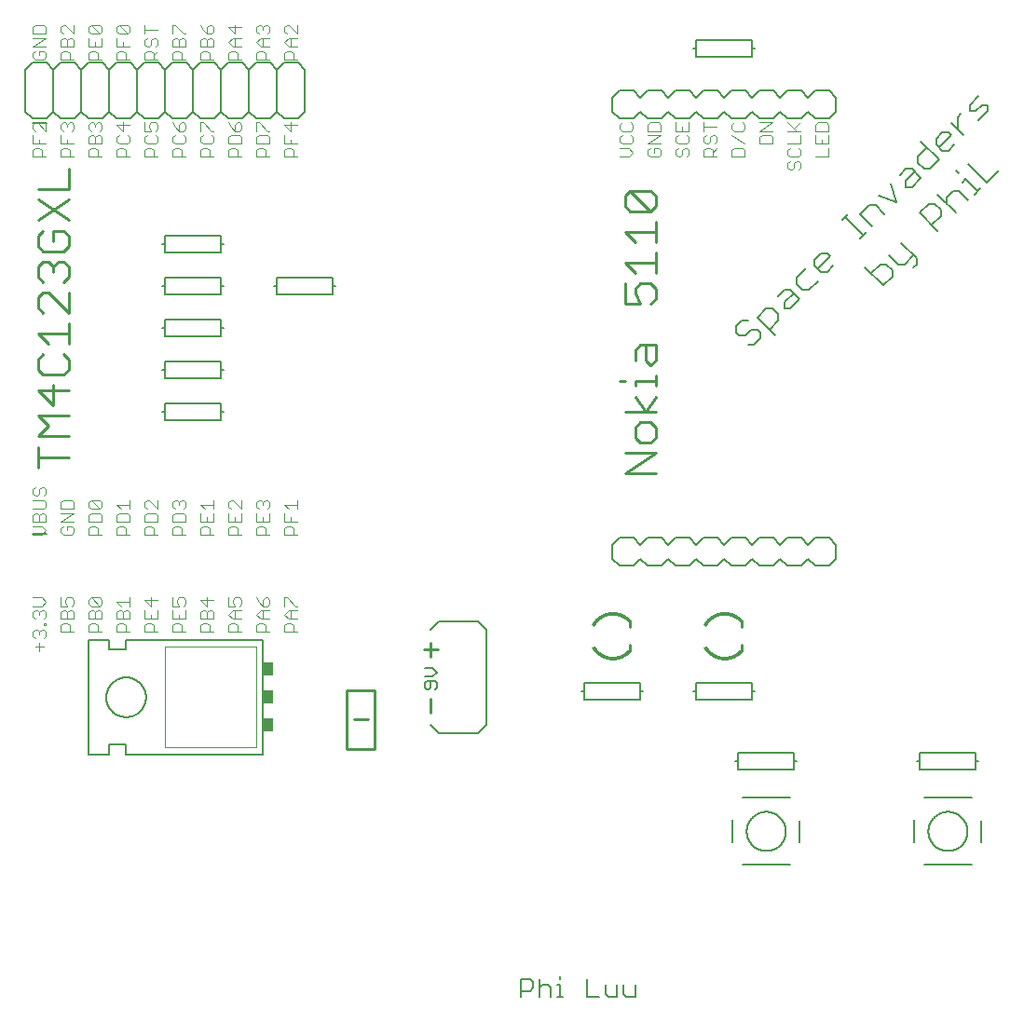
<source format=gto>
G75*
%MOIN*%
%OFA0B0*%
%FSLAX25Y25*%
%IPPOS*%
%LPD*%
%AMOC8*
5,1,8,0,0,1.08239X$1,22.5*
%
%ADD10C,0.00600*%
%ADD11C,0.00400*%
%ADD12C,0.01000*%
%ADD13C,0.00800*%
%ADD14C,0.00100*%
%ADD15C,0.00200*%
%ADD16R,0.03500X0.05000*%
D10*
X0050833Y0092500D02*
X0058333Y0092500D01*
X0058333Y0096000D01*
X0064333Y0096000D01*
X0064333Y0092500D01*
X0113333Y0092500D01*
X0113333Y0133500D01*
X0064333Y0133500D01*
X0064333Y0130000D01*
X0058333Y0130000D01*
X0058333Y0133500D01*
X0050833Y0133500D01*
X0050833Y0092500D01*
X0057233Y0113000D02*
X0057235Y0113174D01*
X0057242Y0113348D01*
X0057252Y0113522D01*
X0057267Y0113696D01*
X0057286Y0113869D01*
X0057310Y0114042D01*
X0057338Y0114214D01*
X0057369Y0114385D01*
X0057406Y0114556D01*
X0057446Y0114725D01*
X0057490Y0114894D01*
X0057539Y0115061D01*
X0057591Y0115227D01*
X0057648Y0115392D01*
X0057709Y0115555D01*
X0057773Y0115717D01*
X0057842Y0115877D01*
X0057915Y0116036D01*
X0057991Y0116192D01*
X0058071Y0116347D01*
X0058155Y0116500D01*
X0058243Y0116650D01*
X0058335Y0116798D01*
X0058430Y0116945D01*
X0058528Y0117088D01*
X0058630Y0117229D01*
X0058736Y0117368D01*
X0058845Y0117504D01*
X0058957Y0117638D01*
X0059072Y0117768D01*
X0059191Y0117896D01*
X0059313Y0118020D01*
X0059437Y0118142D01*
X0059565Y0118261D01*
X0059695Y0118376D01*
X0059829Y0118488D01*
X0059965Y0118597D01*
X0060104Y0118703D01*
X0060245Y0118805D01*
X0060388Y0118903D01*
X0060535Y0118998D01*
X0060683Y0119090D01*
X0060833Y0119178D01*
X0060986Y0119262D01*
X0061141Y0119342D01*
X0061297Y0119418D01*
X0061456Y0119491D01*
X0061616Y0119560D01*
X0061778Y0119624D01*
X0061941Y0119685D01*
X0062106Y0119742D01*
X0062272Y0119794D01*
X0062439Y0119843D01*
X0062608Y0119887D01*
X0062777Y0119927D01*
X0062948Y0119964D01*
X0063119Y0119995D01*
X0063291Y0120023D01*
X0063464Y0120047D01*
X0063637Y0120066D01*
X0063811Y0120081D01*
X0063985Y0120091D01*
X0064159Y0120098D01*
X0064333Y0120100D01*
X0064507Y0120098D01*
X0064681Y0120091D01*
X0064855Y0120081D01*
X0065029Y0120066D01*
X0065202Y0120047D01*
X0065375Y0120023D01*
X0065547Y0119995D01*
X0065718Y0119964D01*
X0065889Y0119927D01*
X0066058Y0119887D01*
X0066227Y0119843D01*
X0066394Y0119794D01*
X0066560Y0119742D01*
X0066725Y0119685D01*
X0066888Y0119624D01*
X0067050Y0119560D01*
X0067210Y0119491D01*
X0067369Y0119418D01*
X0067525Y0119342D01*
X0067680Y0119262D01*
X0067833Y0119178D01*
X0067983Y0119090D01*
X0068131Y0118998D01*
X0068278Y0118903D01*
X0068421Y0118805D01*
X0068562Y0118703D01*
X0068701Y0118597D01*
X0068837Y0118488D01*
X0068971Y0118376D01*
X0069101Y0118261D01*
X0069229Y0118142D01*
X0069353Y0118020D01*
X0069475Y0117896D01*
X0069594Y0117768D01*
X0069709Y0117638D01*
X0069821Y0117504D01*
X0069930Y0117368D01*
X0070036Y0117229D01*
X0070138Y0117088D01*
X0070236Y0116945D01*
X0070331Y0116798D01*
X0070423Y0116650D01*
X0070511Y0116500D01*
X0070595Y0116347D01*
X0070675Y0116192D01*
X0070751Y0116036D01*
X0070824Y0115877D01*
X0070893Y0115717D01*
X0070957Y0115555D01*
X0071018Y0115392D01*
X0071075Y0115227D01*
X0071127Y0115061D01*
X0071176Y0114894D01*
X0071220Y0114725D01*
X0071260Y0114556D01*
X0071297Y0114385D01*
X0071328Y0114214D01*
X0071356Y0114042D01*
X0071380Y0113869D01*
X0071399Y0113696D01*
X0071414Y0113522D01*
X0071424Y0113348D01*
X0071431Y0113174D01*
X0071433Y0113000D01*
X0071431Y0112826D01*
X0071424Y0112652D01*
X0071414Y0112478D01*
X0071399Y0112304D01*
X0071380Y0112131D01*
X0071356Y0111958D01*
X0071328Y0111786D01*
X0071297Y0111615D01*
X0071260Y0111444D01*
X0071220Y0111275D01*
X0071176Y0111106D01*
X0071127Y0110939D01*
X0071075Y0110773D01*
X0071018Y0110608D01*
X0070957Y0110445D01*
X0070893Y0110283D01*
X0070824Y0110123D01*
X0070751Y0109964D01*
X0070675Y0109808D01*
X0070595Y0109653D01*
X0070511Y0109500D01*
X0070423Y0109350D01*
X0070331Y0109202D01*
X0070236Y0109055D01*
X0070138Y0108912D01*
X0070036Y0108771D01*
X0069930Y0108632D01*
X0069821Y0108496D01*
X0069709Y0108362D01*
X0069594Y0108232D01*
X0069475Y0108104D01*
X0069353Y0107980D01*
X0069229Y0107858D01*
X0069101Y0107739D01*
X0068971Y0107624D01*
X0068837Y0107512D01*
X0068701Y0107403D01*
X0068562Y0107297D01*
X0068421Y0107195D01*
X0068278Y0107097D01*
X0068131Y0107002D01*
X0067983Y0106910D01*
X0067833Y0106822D01*
X0067680Y0106738D01*
X0067525Y0106658D01*
X0067369Y0106582D01*
X0067210Y0106509D01*
X0067050Y0106440D01*
X0066888Y0106376D01*
X0066725Y0106315D01*
X0066560Y0106258D01*
X0066394Y0106206D01*
X0066227Y0106157D01*
X0066058Y0106113D01*
X0065889Y0106073D01*
X0065718Y0106036D01*
X0065547Y0106005D01*
X0065375Y0105977D01*
X0065202Y0105953D01*
X0065029Y0105934D01*
X0064855Y0105919D01*
X0064681Y0105909D01*
X0064507Y0105902D01*
X0064333Y0105900D01*
X0064159Y0105902D01*
X0063985Y0105909D01*
X0063811Y0105919D01*
X0063637Y0105934D01*
X0063464Y0105953D01*
X0063291Y0105977D01*
X0063119Y0106005D01*
X0062948Y0106036D01*
X0062777Y0106073D01*
X0062608Y0106113D01*
X0062439Y0106157D01*
X0062272Y0106206D01*
X0062106Y0106258D01*
X0061941Y0106315D01*
X0061778Y0106376D01*
X0061616Y0106440D01*
X0061456Y0106509D01*
X0061297Y0106582D01*
X0061141Y0106658D01*
X0060986Y0106738D01*
X0060833Y0106822D01*
X0060683Y0106910D01*
X0060535Y0107002D01*
X0060388Y0107097D01*
X0060245Y0107195D01*
X0060104Y0107297D01*
X0059965Y0107403D01*
X0059829Y0107512D01*
X0059695Y0107624D01*
X0059565Y0107739D01*
X0059437Y0107858D01*
X0059313Y0107980D01*
X0059191Y0108104D01*
X0059072Y0108232D01*
X0058957Y0108362D01*
X0058845Y0108496D01*
X0058736Y0108632D01*
X0058630Y0108771D01*
X0058528Y0108912D01*
X0058430Y0109055D01*
X0058335Y0109202D01*
X0058243Y0109350D01*
X0058155Y0109500D01*
X0058071Y0109653D01*
X0057991Y0109808D01*
X0057915Y0109964D01*
X0057842Y0110123D01*
X0057773Y0110283D01*
X0057709Y0110445D01*
X0057648Y0110608D01*
X0057591Y0110773D01*
X0057539Y0110939D01*
X0057490Y0111106D01*
X0057446Y0111275D01*
X0057406Y0111444D01*
X0057369Y0111615D01*
X0057338Y0111786D01*
X0057310Y0111958D01*
X0057286Y0112131D01*
X0057267Y0112304D01*
X0057252Y0112478D01*
X0057242Y0112652D01*
X0057235Y0112826D01*
X0057233Y0113000D01*
X0173333Y0103000D02*
X0176333Y0100000D01*
X0190333Y0100000D01*
X0193333Y0103000D01*
X0193333Y0137000D01*
X0190333Y0140000D01*
X0176333Y0140000D01*
X0173333Y0137000D01*
X0205633Y0012205D02*
X0208836Y0012205D01*
X0209904Y0011138D01*
X0209904Y0009003D01*
X0208836Y0007935D01*
X0205633Y0007935D01*
X0205633Y0005800D02*
X0205633Y0012205D01*
X0212079Y0012205D02*
X0212079Y0005800D01*
X0212079Y0009003D02*
X0213146Y0010070D01*
X0215282Y0010070D01*
X0216349Y0009003D01*
X0216349Y0005800D01*
X0218524Y0005800D02*
X0220659Y0005800D01*
X0219592Y0005800D02*
X0219592Y0010070D01*
X0218524Y0010070D01*
X0219592Y0012205D02*
X0219592Y0013273D01*
X0229267Y0012205D02*
X0229267Y0005800D01*
X0233537Y0005800D01*
X0235712Y0006868D02*
X0236780Y0005800D01*
X0239983Y0005800D01*
X0239983Y0010070D01*
X0242158Y0010070D02*
X0242158Y0006868D01*
X0243225Y0005800D01*
X0246428Y0005800D01*
X0246428Y0010070D01*
X0235712Y0010070D02*
X0235712Y0006868D01*
D11*
X0125633Y0136388D02*
X0121029Y0136388D01*
X0121029Y0138690D01*
X0121797Y0139457D01*
X0123331Y0139457D01*
X0124099Y0138690D01*
X0124099Y0136388D01*
X0123331Y0140992D02*
X0123331Y0144061D01*
X0122564Y0144061D02*
X0125633Y0144061D01*
X0125633Y0145596D02*
X0124866Y0145596D01*
X0121797Y0148665D01*
X0121029Y0148665D01*
X0121029Y0145596D01*
X0122564Y0144061D02*
X0121029Y0142527D01*
X0122564Y0140992D01*
X0125633Y0140992D01*
X0115633Y0140992D02*
X0112564Y0140992D01*
X0111029Y0142527D01*
X0112564Y0144061D01*
X0115633Y0144061D01*
X0114866Y0145596D02*
X0115633Y0146363D01*
X0115633Y0147898D01*
X0114866Y0148665D01*
X0114099Y0148665D01*
X0113331Y0147898D01*
X0113331Y0145596D01*
X0114866Y0145596D01*
X0113331Y0145596D02*
X0111797Y0147131D01*
X0111029Y0148665D01*
X0105633Y0147898D02*
X0105633Y0146363D01*
X0104866Y0145596D01*
X0103331Y0145596D02*
X0102564Y0147131D01*
X0102564Y0147898D01*
X0103331Y0148665D01*
X0104866Y0148665D01*
X0105633Y0147898D01*
X0103331Y0145596D02*
X0101029Y0145596D01*
X0101029Y0148665D01*
X0095633Y0147898D02*
X0091029Y0147898D01*
X0093331Y0145596D01*
X0093331Y0148665D01*
X0092564Y0144061D02*
X0093331Y0143294D01*
X0093331Y0140992D01*
X0093331Y0139457D02*
X0094099Y0138690D01*
X0094099Y0136388D01*
X0095633Y0136388D02*
X0091029Y0136388D01*
X0091029Y0138690D01*
X0091797Y0139457D01*
X0093331Y0139457D01*
X0091029Y0140992D02*
X0091029Y0143294D01*
X0091797Y0144061D01*
X0092564Y0144061D01*
X0093331Y0143294D02*
X0094099Y0144061D01*
X0094866Y0144061D01*
X0095633Y0143294D01*
X0095633Y0140992D01*
X0091029Y0140992D01*
X0085633Y0140992D02*
X0085633Y0144061D01*
X0084866Y0145596D02*
X0085633Y0146363D01*
X0085633Y0147898D01*
X0084866Y0148665D01*
X0083331Y0148665D01*
X0082564Y0147898D01*
X0082564Y0147131D01*
X0083331Y0145596D01*
X0081029Y0145596D01*
X0081029Y0148665D01*
X0075633Y0147898D02*
X0071029Y0147898D01*
X0073331Y0145596D01*
X0073331Y0148665D01*
X0071029Y0144061D02*
X0071029Y0140992D01*
X0075633Y0140992D01*
X0075633Y0144061D01*
X0073331Y0142527D02*
X0073331Y0140992D01*
X0073331Y0139457D02*
X0074099Y0138690D01*
X0074099Y0136388D01*
X0075633Y0136388D02*
X0071029Y0136388D01*
X0071029Y0138690D01*
X0071797Y0139457D01*
X0073331Y0139457D01*
X0081029Y0138690D02*
X0081029Y0136388D01*
X0085633Y0136388D01*
X0084099Y0136388D02*
X0084099Y0138690D01*
X0083331Y0139457D01*
X0081797Y0139457D01*
X0081029Y0138690D01*
X0081029Y0140992D02*
X0085633Y0140992D01*
X0083331Y0140992D02*
X0083331Y0142527D01*
X0081029Y0144061D02*
X0081029Y0140992D01*
X0065633Y0140992D02*
X0065633Y0143294D01*
X0064866Y0144061D01*
X0064099Y0144061D01*
X0063331Y0143294D01*
X0063331Y0140992D01*
X0063331Y0139457D02*
X0064099Y0138690D01*
X0064099Y0136388D01*
X0065633Y0136388D02*
X0061029Y0136388D01*
X0061029Y0138690D01*
X0061797Y0139457D01*
X0063331Y0139457D01*
X0061029Y0140992D02*
X0061029Y0143294D01*
X0061797Y0144061D01*
X0062564Y0144061D01*
X0063331Y0143294D01*
X0062564Y0145596D02*
X0061029Y0147131D01*
X0065633Y0147131D01*
X0065633Y0148665D02*
X0065633Y0145596D01*
X0065633Y0140992D02*
X0061029Y0140992D01*
X0055633Y0140992D02*
X0055633Y0143294D01*
X0054866Y0144061D01*
X0054099Y0144061D01*
X0053331Y0143294D01*
X0053331Y0140992D01*
X0053331Y0139457D02*
X0054099Y0138690D01*
X0054099Y0136388D01*
X0055633Y0136388D02*
X0051029Y0136388D01*
X0051029Y0138690D01*
X0051797Y0139457D01*
X0053331Y0139457D01*
X0055633Y0140992D02*
X0051029Y0140992D01*
X0051029Y0143294D01*
X0051797Y0144061D01*
X0052564Y0144061D01*
X0053331Y0143294D01*
X0051797Y0145596D02*
X0051029Y0146363D01*
X0051029Y0147898D01*
X0051797Y0148665D01*
X0054866Y0145596D01*
X0055633Y0146363D01*
X0055633Y0147898D01*
X0054866Y0148665D01*
X0051797Y0148665D01*
X0051797Y0145596D02*
X0054866Y0145596D01*
X0045633Y0146363D02*
X0044866Y0145596D01*
X0045633Y0146363D02*
X0045633Y0147898D01*
X0044866Y0148665D01*
X0043331Y0148665D01*
X0042564Y0147898D01*
X0042564Y0147131D01*
X0043331Y0145596D01*
X0041029Y0145596D01*
X0041029Y0148665D01*
X0035633Y0147131D02*
X0034099Y0148665D01*
X0031029Y0148665D01*
X0031029Y0145596D02*
X0034099Y0145596D01*
X0035633Y0147131D01*
X0034866Y0144061D02*
X0034099Y0144061D01*
X0033331Y0143294D01*
X0033331Y0142527D01*
X0033331Y0143294D02*
X0032564Y0144061D01*
X0031797Y0144061D01*
X0031029Y0143294D01*
X0031029Y0141759D01*
X0031797Y0140992D01*
X0034866Y0140992D02*
X0035633Y0141759D01*
X0035633Y0143294D01*
X0034866Y0144061D01*
X0034866Y0139457D02*
X0035633Y0139457D01*
X0035633Y0138690D01*
X0034866Y0138690D01*
X0034866Y0139457D01*
X0034866Y0137155D02*
X0034099Y0137155D01*
X0033331Y0136388D01*
X0033331Y0135621D01*
X0033331Y0136388D02*
X0032564Y0137155D01*
X0031797Y0137155D01*
X0031029Y0136388D01*
X0031029Y0134854D01*
X0031797Y0134086D01*
X0033331Y0132552D02*
X0033331Y0129482D01*
X0031797Y0131017D02*
X0034866Y0131017D01*
X0034866Y0134086D02*
X0035633Y0134854D01*
X0035633Y0136388D01*
X0034866Y0137155D01*
X0041029Y0136388D02*
X0041029Y0138690D01*
X0041797Y0139457D01*
X0043331Y0139457D01*
X0044099Y0138690D01*
X0044099Y0136388D01*
X0045633Y0136388D02*
X0041029Y0136388D01*
X0041029Y0140992D02*
X0041029Y0143294D01*
X0041797Y0144061D01*
X0042564Y0144061D01*
X0043331Y0143294D01*
X0043331Y0140992D01*
X0045633Y0140992D02*
X0041029Y0140992D01*
X0043331Y0143294D02*
X0044099Y0144061D01*
X0044866Y0144061D01*
X0045633Y0143294D01*
X0045633Y0140992D01*
X0044866Y0171200D02*
X0041797Y0171200D01*
X0041029Y0171967D01*
X0041029Y0173502D01*
X0041797Y0174269D01*
X0043331Y0174269D02*
X0043331Y0172735D01*
X0043331Y0174269D02*
X0044866Y0174269D01*
X0045633Y0173502D01*
X0045633Y0171967D01*
X0044866Y0171200D01*
X0045633Y0175804D02*
X0041029Y0175804D01*
X0045633Y0178873D01*
X0041029Y0178873D01*
X0041029Y0180408D02*
X0041029Y0182710D01*
X0041797Y0183477D01*
X0044866Y0183477D01*
X0045633Y0182710D01*
X0045633Y0180408D01*
X0041029Y0180408D01*
X0035633Y0181175D02*
X0035633Y0182710D01*
X0034866Y0183477D01*
X0031029Y0183477D01*
X0031797Y0185012D02*
X0032564Y0185012D01*
X0033331Y0185779D01*
X0033331Y0187314D01*
X0034099Y0188081D01*
X0034866Y0188081D01*
X0035633Y0187314D01*
X0035633Y0185779D01*
X0034866Y0185012D01*
X0031797Y0185012D02*
X0031029Y0185779D01*
X0031029Y0187314D01*
X0031797Y0188081D01*
X0035633Y0181175D02*
X0034866Y0180408D01*
X0031029Y0180408D01*
X0031797Y0178873D02*
X0032564Y0178873D01*
X0033331Y0178106D01*
X0033331Y0175804D01*
X0034099Y0174269D02*
X0031029Y0174269D01*
X0031029Y0175804D02*
X0031029Y0178106D01*
X0031797Y0178873D01*
X0033331Y0178106D02*
X0034099Y0178873D01*
X0034866Y0178873D01*
X0035633Y0178106D01*
X0035633Y0175804D01*
X0031029Y0175804D01*
X0034099Y0174269D02*
X0035633Y0172735D01*
X0034099Y0171200D01*
X0031029Y0171200D01*
X0051029Y0171200D02*
X0051029Y0173502D01*
X0051797Y0174269D01*
X0053331Y0174269D01*
X0054099Y0173502D01*
X0054099Y0171200D01*
X0055633Y0171200D02*
X0051029Y0171200D01*
X0051029Y0175804D02*
X0051029Y0178106D01*
X0051797Y0178873D01*
X0054866Y0178873D01*
X0055633Y0178106D01*
X0055633Y0175804D01*
X0051029Y0175804D01*
X0051797Y0180408D02*
X0051029Y0181175D01*
X0051029Y0182710D01*
X0051797Y0183477D01*
X0054866Y0180408D01*
X0055633Y0181175D01*
X0055633Y0182710D01*
X0054866Y0183477D01*
X0051797Y0183477D01*
X0051797Y0180408D02*
X0054866Y0180408D01*
X0061029Y0181942D02*
X0062564Y0180408D01*
X0061797Y0178873D02*
X0061029Y0178106D01*
X0061029Y0175804D01*
X0065633Y0175804D01*
X0065633Y0178106D01*
X0064866Y0178873D01*
X0061797Y0178873D01*
X0061029Y0181942D02*
X0065633Y0181942D01*
X0065633Y0180408D02*
X0065633Y0183477D01*
X0071029Y0182710D02*
X0071029Y0181175D01*
X0071797Y0180408D01*
X0071797Y0178873D02*
X0071029Y0178106D01*
X0071029Y0175804D01*
X0075633Y0175804D01*
X0075633Y0178106D01*
X0074866Y0178873D01*
X0071797Y0178873D01*
X0071029Y0182710D02*
X0071797Y0183477D01*
X0072564Y0183477D01*
X0075633Y0180408D01*
X0075633Y0183477D01*
X0081029Y0182710D02*
X0081797Y0183477D01*
X0082564Y0183477D01*
X0083331Y0182710D01*
X0084099Y0183477D01*
X0084866Y0183477D01*
X0085633Y0182710D01*
X0085633Y0181175D01*
X0084866Y0180408D01*
X0084866Y0178873D02*
X0081797Y0178873D01*
X0081029Y0178106D01*
X0081029Y0175804D01*
X0085633Y0175804D01*
X0085633Y0178106D01*
X0084866Y0178873D01*
X0081797Y0180408D02*
X0081029Y0181175D01*
X0081029Y0182710D01*
X0083331Y0182710D02*
X0083331Y0181942D01*
X0083331Y0174269D02*
X0084099Y0173502D01*
X0084099Y0171200D01*
X0085633Y0171200D02*
X0081029Y0171200D01*
X0081029Y0173502D01*
X0081797Y0174269D01*
X0083331Y0174269D01*
X0091029Y0173502D02*
X0091797Y0174269D01*
X0093331Y0174269D01*
X0094099Y0173502D01*
X0094099Y0171200D01*
X0095633Y0171200D02*
X0091029Y0171200D01*
X0091029Y0173502D01*
X0091029Y0175804D02*
X0095633Y0175804D01*
X0095633Y0178873D01*
X0095633Y0180408D02*
X0095633Y0183477D01*
X0095633Y0181942D02*
X0091029Y0181942D01*
X0092564Y0180408D01*
X0091029Y0178873D02*
X0091029Y0175804D01*
X0093331Y0175804D02*
X0093331Y0177339D01*
X0101029Y0178873D02*
X0101029Y0175804D01*
X0105633Y0175804D01*
X0105633Y0178873D01*
X0105633Y0180408D02*
X0102564Y0183477D01*
X0101797Y0183477D01*
X0101029Y0182710D01*
X0101029Y0181175D01*
X0101797Y0180408D01*
X0103331Y0177339D02*
X0103331Y0175804D01*
X0103331Y0174269D02*
X0104099Y0173502D01*
X0104099Y0171200D01*
X0105633Y0171200D02*
X0101029Y0171200D01*
X0101029Y0173502D01*
X0101797Y0174269D01*
X0103331Y0174269D01*
X0105633Y0180408D02*
X0105633Y0183477D01*
X0111029Y0182710D02*
X0111797Y0183477D01*
X0112564Y0183477D01*
X0113331Y0182710D01*
X0114099Y0183477D01*
X0114866Y0183477D01*
X0115633Y0182710D01*
X0115633Y0181175D01*
X0114866Y0180408D01*
X0115633Y0178873D02*
X0115633Y0175804D01*
X0111029Y0175804D01*
X0111029Y0178873D01*
X0111797Y0180408D02*
X0111029Y0181175D01*
X0111029Y0182710D01*
X0113331Y0182710D02*
X0113331Y0181942D01*
X0113331Y0177339D02*
X0113331Y0175804D01*
X0113331Y0174269D02*
X0114099Y0173502D01*
X0114099Y0171200D01*
X0115633Y0171200D02*
X0111029Y0171200D01*
X0111029Y0173502D01*
X0111797Y0174269D01*
X0113331Y0174269D01*
X0121029Y0173502D02*
X0121797Y0174269D01*
X0123331Y0174269D01*
X0124099Y0173502D01*
X0124099Y0171200D01*
X0125633Y0171200D02*
X0121029Y0171200D01*
X0121029Y0173502D01*
X0121029Y0175804D02*
X0121029Y0178873D01*
X0122564Y0180408D02*
X0121029Y0181942D01*
X0125633Y0181942D01*
X0125633Y0180408D02*
X0125633Y0183477D01*
X0123331Y0177339D02*
X0123331Y0175804D01*
X0125633Y0175804D02*
X0121029Y0175804D01*
X0113331Y0144061D02*
X0113331Y0140992D01*
X0113331Y0139457D02*
X0114099Y0138690D01*
X0114099Y0136388D01*
X0115633Y0136388D02*
X0111029Y0136388D01*
X0111029Y0138690D01*
X0111797Y0139457D01*
X0113331Y0139457D01*
X0105633Y0140992D02*
X0102564Y0140992D01*
X0101029Y0142527D01*
X0102564Y0144061D01*
X0105633Y0144061D01*
X0103331Y0144061D02*
X0103331Y0140992D01*
X0103331Y0139457D02*
X0104099Y0138690D01*
X0104099Y0136388D01*
X0105633Y0136388D02*
X0101029Y0136388D01*
X0101029Y0138690D01*
X0101797Y0139457D01*
X0103331Y0139457D01*
X0075633Y0171200D02*
X0071029Y0171200D01*
X0071029Y0173502D01*
X0071797Y0174269D01*
X0073331Y0174269D01*
X0074099Y0173502D01*
X0074099Y0171200D01*
X0065633Y0171200D02*
X0061029Y0171200D01*
X0061029Y0173502D01*
X0061797Y0174269D01*
X0063331Y0174269D01*
X0064099Y0173502D01*
X0064099Y0171200D01*
X0064099Y0306388D02*
X0064099Y0308690D01*
X0063331Y0309457D01*
X0061797Y0309457D01*
X0061029Y0308690D01*
X0061029Y0306388D01*
X0065633Y0306388D01*
X0064866Y0310992D02*
X0061797Y0310992D01*
X0061029Y0311759D01*
X0061029Y0313294D01*
X0061797Y0314061D01*
X0063331Y0315596D02*
X0063331Y0318665D01*
X0061029Y0317898D02*
X0063331Y0315596D01*
X0064866Y0314061D02*
X0065633Y0313294D01*
X0065633Y0311759D01*
X0064866Y0310992D01*
X0071029Y0311759D02*
X0071797Y0310992D01*
X0074866Y0310992D01*
X0075633Y0311759D01*
X0075633Y0313294D01*
X0074866Y0314061D01*
X0074866Y0315596D02*
X0075633Y0316363D01*
X0075633Y0317898D01*
X0074866Y0318665D01*
X0073331Y0318665D01*
X0072564Y0317898D01*
X0072564Y0317131D01*
X0073331Y0315596D01*
X0071029Y0315596D01*
X0071029Y0318665D01*
X0065633Y0317898D02*
X0061029Y0317898D01*
X0055633Y0317898D02*
X0055633Y0316363D01*
X0054866Y0315596D01*
X0054866Y0314061D02*
X0055633Y0313294D01*
X0055633Y0310992D01*
X0051029Y0310992D01*
X0051029Y0313294D01*
X0051797Y0314061D01*
X0052564Y0314061D01*
X0053331Y0313294D01*
X0053331Y0310992D01*
X0053331Y0309457D02*
X0054099Y0308690D01*
X0054099Y0306388D01*
X0055633Y0306388D02*
X0051029Y0306388D01*
X0051029Y0308690D01*
X0051797Y0309457D01*
X0053331Y0309457D01*
X0053331Y0313294D02*
X0054099Y0314061D01*
X0054866Y0314061D01*
X0051797Y0315596D02*
X0051029Y0316363D01*
X0051029Y0317898D01*
X0051797Y0318665D01*
X0052564Y0318665D01*
X0053331Y0317898D01*
X0054099Y0318665D01*
X0054866Y0318665D01*
X0055633Y0317898D01*
X0053331Y0317898D02*
X0053331Y0317131D01*
X0045633Y0317898D02*
X0045633Y0316363D01*
X0044866Y0315596D01*
X0043331Y0317131D02*
X0043331Y0317898D01*
X0044099Y0318665D01*
X0044866Y0318665D01*
X0045633Y0317898D01*
X0043331Y0317898D02*
X0042564Y0318665D01*
X0041797Y0318665D01*
X0041029Y0317898D01*
X0041029Y0316363D01*
X0041797Y0315596D01*
X0041029Y0314061D02*
X0041029Y0310992D01*
X0045633Y0310992D01*
X0043331Y0310992D02*
X0043331Y0312527D01*
X0043331Y0309457D02*
X0041797Y0309457D01*
X0041029Y0308690D01*
X0041029Y0306388D01*
X0045633Y0306388D01*
X0044099Y0306388D02*
X0044099Y0308690D01*
X0043331Y0309457D01*
X0035633Y0310992D02*
X0031029Y0310992D01*
X0031029Y0314061D01*
X0031797Y0315596D02*
X0031029Y0316363D01*
X0031029Y0317898D01*
X0031797Y0318665D01*
X0032564Y0318665D01*
X0035633Y0315596D01*
X0035633Y0318665D01*
X0033331Y0312527D02*
X0033331Y0310992D01*
X0033331Y0309457D02*
X0034099Y0308690D01*
X0034099Y0306388D01*
X0035633Y0306388D02*
X0031029Y0306388D01*
X0031029Y0308690D01*
X0031797Y0309457D01*
X0033331Y0309457D01*
X0031797Y0341200D02*
X0034866Y0341200D01*
X0035633Y0341967D01*
X0035633Y0343502D01*
X0034866Y0344269D01*
X0033331Y0344269D01*
X0033331Y0342735D01*
X0031797Y0344269D02*
X0031029Y0343502D01*
X0031029Y0341967D01*
X0031797Y0341200D01*
X0031029Y0345804D02*
X0035633Y0348873D01*
X0031029Y0348873D01*
X0031029Y0350408D02*
X0031029Y0352710D01*
X0031797Y0353477D01*
X0034866Y0353477D01*
X0035633Y0352710D01*
X0035633Y0350408D01*
X0031029Y0350408D01*
X0031029Y0345804D02*
X0035633Y0345804D01*
X0041029Y0345804D02*
X0041029Y0348106D01*
X0041797Y0348873D01*
X0042564Y0348873D01*
X0043331Y0348106D01*
X0043331Y0345804D01*
X0043331Y0344269D02*
X0044099Y0343502D01*
X0044099Y0341200D01*
X0045633Y0341200D02*
X0041029Y0341200D01*
X0041029Y0343502D01*
X0041797Y0344269D01*
X0043331Y0344269D01*
X0045633Y0345804D02*
X0041029Y0345804D01*
X0043331Y0348106D02*
X0044099Y0348873D01*
X0044866Y0348873D01*
X0045633Y0348106D01*
X0045633Y0345804D01*
X0045633Y0350408D02*
X0042564Y0353477D01*
X0041797Y0353477D01*
X0041029Y0352710D01*
X0041029Y0351175D01*
X0041797Y0350408D01*
X0045633Y0350408D02*
X0045633Y0353477D01*
X0051029Y0352710D02*
X0051797Y0353477D01*
X0054866Y0350408D01*
X0055633Y0351175D01*
X0055633Y0352710D01*
X0054866Y0353477D01*
X0051797Y0353477D01*
X0051029Y0352710D02*
X0051029Y0351175D01*
X0051797Y0350408D01*
X0054866Y0350408D01*
X0055633Y0348873D02*
X0055633Y0345804D01*
X0051029Y0345804D01*
X0051029Y0348873D01*
X0053331Y0347339D02*
X0053331Y0345804D01*
X0053331Y0344269D02*
X0054099Y0343502D01*
X0054099Y0341200D01*
X0055633Y0341200D02*
X0051029Y0341200D01*
X0051029Y0343502D01*
X0051797Y0344269D01*
X0053331Y0344269D01*
X0061029Y0343502D02*
X0061797Y0344269D01*
X0063331Y0344269D01*
X0064099Y0343502D01*
X0064099Y0341200D01*
X0065633Y0341200D02*
X0061029Y0341200D01*
X0061029Y0343502D01*
X0061029Y0345804D02*
X0061029Y0348873D01*
X0061797Y0350408D02*
X0061029Y0351175D01*
X0061029Y0352710D01*
X0061797Y0353477D01*
X0064866Y0350408D01*
X0065633Y0351175D01*
X0065633Y0352710D01*
X0064866Y0353477D01*
X0061797Y0353477D01*
X0061797Y0350408D02*
X0064866Y0350408D01*
X0063331Y0347339D02*
X0063331Y0345804D01*
X0065633Y0345804D02*
X0061029Y0345804D01*
X0071029Y0346571D02*
X0071797Y0345804D01*
X0072564Y0345804D01*
X0073331Y0346571D01*
X0073331Y0348106D01*
X0074099Y0348873D01*
X0074866Y0348873D01*
X0075633Y0348106D01*
X0075633Y0346571D01*
X0074866Y0345804D01*
X0075633Y0344269D02*
X0074099Y0342735D01*
X0074099Y0343502D02*
X0074099Y0341200D01*
X0075633Y0341200D02*
X0071029Y0341200D01*
X0071029Y0343502D01*
X0071797Y0344269D01*
X0073331Y0344269D01*
X0074099Y0343502D01*
X0071029Y0346571D02*
X0071029Y0348106D01*
X0071797Y0348873D01*
X0071029Y0350408D02*
X0071029Y0353477D01*
X0071029Y0351942D02*
X0075633Y0351942D01*
X0081029Y0350408D02*
X0081029Y0353477D01*
X0081797Y0353477D01*
X0084866Y0350408D01*
X0085633Y0350408D01*
X0084866Y0348873D02*
X0085633Y0348106D01*
X0085633Y0345804D01*
X0081029Y0345804D01*
X0081029Y0348106D01*
X0081797Y0348873D01*
X0082564Y0348873D01*
X0083331Y0348106D01*
X0083331Y0345804D01*
X0083331Y0344269D02*
X0084099Y0343502D01*
X0084099Y0341200D01*
X0085633Y0341200D02*
X0081029Y0341200D01*
X0081029Y0343502D01*
X0081797Y0344269D01*
X0083331Y0344269D01*
X0083331Y0348106D02*
X0084099Y0348873D01*
X0084866Y0348873D01*
X0091029Y0348106D02*
X0091029Y0345804D01*
X0095633Y0345804D01*
X0095633Y0348106D01*
X0094866Y0348873D01*
X0094099Y0348873D01*
X0093331Y0348106D01*
X0093331Y0345804D01*
X0093331Y0344269D02*
X0094099Y0343502D01*
X0094099Y0341200D01*
X0095633Y0341200D02*
X0091029Y0341200D01*
X0091029Y0343502D01*
X0091797Y0344269D01*
X0093331Y0344269D01*
X0093331Y0348106D02*
X0092564Y0348873D01*
X0091797Y0348873D01*
X0091029Y0348106D01*
X0093331Y0350408D02*
X0093331Y0352710D01*
X0094099Y0353477D01*
X0094866Y0353477D01*
X0095633Y0352710D01*
X0095633Y0351175D01*
X0094866Y0350408D01*
X0093331Y0350408D01*
X0091797Y0351942D01*
X0091029Y0353477D01*
X0101029Y0352710D02*
X0103331Y0350408D01*
X0103331Y0353477D01*
X0105633Y0352710D02*
X0101029Y0352710D01*
X0102564Y0348873D02*
X0105633Y0348873D01*
X0103331Y0348873D02*
X0103331Y0345804D01*
X0102564Y0345804D02*
X0105633Y0345804D01*
X0103331Y0344269D02*
X0104099Y0343502D01*
X0104099Y0341200D01*
X0105633Y0341200D02*
X0101029Y0341200D01*
X0101029Y0343502D01*
X0101797Y0344269D01*
X0103331Y0344269D01*
X0102564Y0345804D02*
X0101029Y0347339D01*
X0102564Y0348873D01*
X0111029Y0347339D02*
X0112564Y0348873D01*
X0115633Y0348873D01*
X0114866Y0350408D02*
X0115633Y0351175D01*
X0115633Y0352710D01*
X0114866Y0353477D01*
X0114099Y0353477D01*
X0113331Y0352710D01*
X0113331Y0351942D01*
X0113331Y0352710D02*
X0112564Y0353477D01*
X0111797Y0353477D01*
X0111029Y0352710D01*
X0111029Y0351175D01*
X0111797Y0350408D01*
X0113331Y0348873D02*
X0113331Y0345804D01*
X0112564Y0345804D02*
X0111029Y0347339D01*
X0112564Y0345804D02*
X0115633Y0345804D01*
X0113331Y0344269D02*
X0114099Y0343502D01*
X0114099Y0341200D01*
X0115633Y0341200D02*
X0111029Y0341200D01*
X0111029Y0343502D01*
X0111797Y0344269D01*
X0113331Y0344269D01*
X0121029Y0343502D02*
X0121797Y0344269D01*
X0123331Y0344269D01*
X0124099Y0343502D01*
X0124099Y0341200D01*
X0125633Y0341200D02*
X0121029Y0341200D01*
X0121029Y0343502D01*
X0122564Y0345804D02*
X0121029Y0347339D01*
X0122564Y0348873D01*
X0125633Y0348873D01*
X0125633Y0350408D02*
X0122564Y0353477D01*
X0121797Y0353477D01*
X0121029Y0352710D01*
X0121029Y0351175D01*
X0121797Y0350408D01*
X0123331Y0348873D02*
X0123331Y0345804D01*
X0122564Y0345804D02*
X0125633Y0345804D01*
X0125633Y0350408D02*
X0125633Y0353477D01*
X0123331Y0318665D02*
X0123331Y0315596D01*
X0121029Y0317898D01*
X0125633Y0317898D01*
X0123331Y0312527D02*
X0123331Y0310992D01*
X0123331Y0309457D02*
X0124099Y0308690D01*
X0124099Y0306388D01*
X0125633Y0306388D02*
X0121029Y0306388D01*
X0121029Y0308690D01*
X0121797Y0309457D01*
X0123331Y0309457D01*
X0121029Y0310992D02*
X0121029Y0314061D01*
X0121029Y0310992D02*
X0125633Y0310992D01*
X0115633Y0310992D02*
X0115633Y0313294D01*
X0114866Y0314061D01*
X0111797Y0314061D01*
X0111029Y0313294D01*
X0111029Y0310992D01*
X0115633Y0310992D01*
X0113331Y0309457D02*
X0114099Y0308690D01*
X0114099Y0306388D01*
X0115633Y0306388D02*
X0111029Y0306388D01*
X0111029Y0308690D01*
X0111797Y0309457D01*
X0113331Y0309457D01*
X0114866Y0315596D02*
X0115633Y0315596D01*
X0114866Y0315596D02*
X0111797Y0318665D01*
X0111029Y0318665D01*
X0111029Y0315596D01*
X0105633Y0316363D02*
X0105633Y0317898D01*
X0104866Y0318665D01*
X0104099Y0318665D01*
X0103331Y0317898D01*
X0103331Y0315596D01*
X0104866Y0315596D01*
X0105633Y0316363D01*
X0104866Y0314061D02*
X0101797Y0314061D01*
X0101029Y0313294D01*
X0101029Y0310992D01*
X0105633Y0310992D01*
X0105633Y0313294D01*
X0104866Y0314061D01*
X0103331Y0315596D02*
X0101797Y0317131D01*
X0101029Y0318665D01*
X0095633Y0315596D02*
X0094866Y0315596D01*
X0091797Y0318665D01*
X0091029Y0318665D01*
X0091029Y0315596D01*
X0091797Y0314061D02*
X0091029Y0313294D01*
X0091029Y0311759D01*
X0091797Y0310992D01*
X0094866Y0310992D01*
X0095633Y0311759D01*
X0095633Y0313294D01*
X0094866Y0314061D01*
X0093331Y0309457D02*
X0094099Y0308690D01*
X0094099Y0306388D01*
X0095633Y0306388D02*
X0091029Y0306388D01*
X0091029Y0308690D01*
X0091797Y0309457D01*
X0093331Y0309457D01*
X0101029Y0308690D02*
X0101029Y0306388D01*
X0105633Y0306388D01*
X0104099Y0306388D02*
X0104099Y0308690D01*
X0103331Y0309457D01*
X0101797Y0309457D01*
X0101029Y0308690D01*
X0085633Y0306388D02*
X0081029Y0306388D01*
X0081029Y0308690D01*
X0081797Y0309457D01*
X0083331Y0309457D01*
X0084099Y0308690D01*
X0084099Y0306388D01*
X0084866Y0310992D02*
X0085633Y0311759D01*
X0085633Y0313294D01*
X0084866Y0314061D01*
X0084866Y0315596D02*
X0085633Y0316363D01*
X0085633Y0317898D01*
X0084866Y0318665D01*
X0084099Y0318665D01*
X0083331Y0317898D01*
X0083331Y0315596D01*
X0084866Y0315596D01*
X0083331Y0315596D02*
X0081797Y0317131D01*
X0081029Y0318665D01*
X0081797Y0314061D02*
X0081029Y0313294D01*
X0081029Y0311759D01*
X0081797Y0310992D01*
X0084866Y0310992D01*
X0075633Y0306388D02*
X0071029Y0306388D01*
X0071029Y0308690D01*
X0071797Y0309457D01*
X0073331Y0309457D01*
X0074099Y0308690D01*
X0074099Y0306388D01*
X0071029Y0311759D02*
X0071029Y0313294D01*
X0071797Y0314061D01*
X0241029Y0313294D02*
X0241029Y0311759D01*
X0241797Y0310992D01*
X0244866Y0310992D01*
X0245633Y0311759D01*
X0245633Y0313294D01*
X0244866Y0314061D01*
X0244866Y0315596D02*
X0245633Y0316363D01*
X0245633Y0317898D01*
X0244866Y0318665D01*
X0244866Y0315596D02*
X0241797Y0315596D01*
X0241029Y0316363D01*
X0241029Y0317898D01*
X0241797Y0318665D01*
X0241797Y0314061D02*
X0241029Y0313294D01*
X0241029Y0309457D02*
X0244099Y0309457D01*
X0245633Y0307923D01*
X0244099Y0306388D01*
X0241029Y0306388D01*
X0251029Y0307156D02*
X0251797Y0306388D01*
X0254866Y0306388D01*
X0255633Y0307156D01*
X0255633Y0308690D01*
X0254866Y0309457D01*
X0253331Y0309457D01*
X0253331Y0307923D01*
X0251797Y0309457D02*
X0251029Y0308690D01*
X0251029Y0307156D01*
X0251029Y0310992D02*
X0255633Y0314061D01*
X0251029Y0314061D01*
X0251029Y0315596D02*
X0251029Y0317898D01*
X0251797Y0318665D01*
X0254866Y0318665D01*
X0255633Y0317898D01*
X0255633Y0315596D01*
X0251029Y0315596D01*
X0251029Y0310992D02*
X0255633Y0310992D01*
X0261029Y0311759D02*
X0261797Y0310992D01*
X0264866Y0310992D01*
X0265633Y0311759D01*
X0265633Y0313294D01*
X0264866Y0314061D01*
X0265633Y0315596D02*
X0261029Y0315596D01*
X0261029Y0318665D01*
X0263331Y0317131D02*
X0263331Y0315596D01*
X0261797Y0314061D02*
X0261029Y0313294D01*
X0261029Y0311759D01*
X0261797Y0309457D02*
X0261029Y0308690D01*
X0261029Y0307156D01*
X0261797Y0306388D01*
X0262564Y0306388D01*
X0263331Y0307156D01*
X0263331Y0308690D01*
X0264099Y0309457D01*
X0264866Y0309457D01*
X0265633Y0308690D01*
X0265633Y0307156D01*
X0264866Y0306388D01*
X0271029Y0306388D02*
X0271029Y0308690D01*
X0271797Y0309457D01*
X0273331Y0309457D01*
X0274099Y0308690D01*
X0274099Y0306388D01*
X0275633Y0306388D02*
X0271029Y0306388D01*
X0274099Y0307923D02*
X0275633Y0309457D01*
X0274866Y0310992D02*
X0275633Y0311759D01*
X0275633Y0313294D01*
X0274866Y0314061D01*
X0274099Y0314061D01*
X0273331Y0313294D01*
X0273331Y0311759D01*
X0272564Y0310992D01*
X0271797Y0310992D01*
X0271029Y0311759D01*
X0271029Y0313294D01*
X0271797Y0314061D01*
X0271029Y0315596D02*
X0271029Y0318665D01*
X0271029Y0317131D02*
X0275633Y0317131D01*
X0281029Y0317898D02*
X0281797Y0318665D01*
X0281029Y0317898D02*
X0281029Y0316363D01*
X0281797Y0315596D01*
X0284866Y0315596D01*
X0285633Y0316363D01*
X0285633Y0317898D01*
X0284866Y0318665D01*
X0291029Y0318665D02*
X0295633Y0318665D01*
X0291029Y0315596D01*
X0295633Y0315596D01*
X0294866Y0314061D02*
X0291797Y0314061D01*
X0291029Y0313294D01*
X0291029Y0310992D01*
X0295633Y0310992D01*
X0295633Y0313294D01*
X0294866Y0314061D01*
X0301029Y0315596D02*
X0305633Y0315596D01*
X0304099Y0315596D02*
X0301029Y0318665D01*
X0303331Y0316363D02*
X0305633Y0318665D01*
X0311029Y0317898D02*
X0311029Y0315596D01*
X0315633Y0315596D01*
X0315633Y0317898D01*
X0314866Y0318665D01*
X0311797Y0318665D01*
X0311029Y0317898D01*
X0311029Y0314061D02*
X0311029Y0310992D01*
X0315633Y0310992D01*
X0315633Y0314061D01*
X0313331Y0312527D02*
X0313331Y0310992D01*
X0315633Y0309457D02*
X0315633Y0306388D01*
X0311029Y0306388D01*
X0305633Y0307155D02*
X0305633Y0308690D01*
X0304866Y0309457D01*
X0305633Y0310992D02*
X0301029Y0310992D01*
X0301797Y0309457D02*
X0301029Y0308690D01*
X0301029Y0307155D01*
X0301797Y0306388D01*
X0304866Y0306388D01*
X0305633Y0307155D01*
X0304866Y0304854D02*
X0305633Y0304086D01*
X0305633Y0302552D01*
X0304866Y0301784D01*
X0303331Y0302552D02*
X0303331Y0304086D01*
X0304099Y0304854D01*
X0304866Y0304854D01*
X0303331Y0302552D02*
X0302564Y0301784D01*
X0301797Y0301784D01*
X0301029Y0302552D01*
X0301029Y0304086D01*
X0301797Y0304854D01*
X0305633Y0310992D02*
X0305633Y0314061D01*
X0285633Y0310992D02*
X0281029Y0314061D01*
X0281797Y0309457D02*
X0281029Y0308690D01*
X0281029Y0306388D01*
X0285633Y0306388D01*
X0285633Y0308690D01*
X0284866Y0309457D01*
X0281797Y0309457D01*
X0265633Y0315596D02*
X0265633Y0318665D01*
D12*
X0251998Y0294275D02*
X0244659Y0294275D01*
X0251998Y0286935D01*
X0253833Y0288770D01*
X0253833Y0292440D01*
X0251998Y0294275D01*
X0244659Y0294275D02*
X0242824Y0292440D01*
X0242824Y0288770D01*
X0244659Y0286935D01*
X0251998Y0286935D01*
X0253833Y0283226D02*
X0253833Y0275886D01*
X0253833Y0279556D02*
X0242824Y0279556D01*
X0246494Y0275886D01*
X0253833Y0272176D02*
X0253833Y0264836D01*
X0253833Y0268506D02*
X0242824Y0268506D01*
X0246494Y0264836D01*
X0248329Y0261127D02*
X0251998Y0261127D01*
X0253833Y0259292D01*
X0253833Y0255622D01*
X0251998Y0253787D01*
X0248329Y0253787D02*
X0246494Y0257457D01*
X0246494Y0259292D01*
X0248329Y0261127D01*
X0242824Y0261127D02*
X0242824Y0253787D01*
X0248329Y0253787D01*
X0248329Y0239028D02*
X0253833Y0239028D01*
X0253833Y0233523D01*
X0251998Y0231688D01*
X0250164Y0233523D01*
X0250164Y0239028D01*
X0248329Y0239028D02*
X0246494Y0237193D01*
X0246494Y0233523D01*
X0246494Y0226157D02*
X0253833Y0226157D01*
X0253833Y0224322D02*
X0253833Y0227992D01*
X0246494Y0226157D02*
X0246494Y0224322D01*
X0242824Y0226157D02*
X0240989Y0226157D01*
X0246494Y0220619D02*
X0250164Y0215114D01*
X0253833Y0220619D01*
X0253833Y0215114D02*
X0242824Y0215114D01*
X0248329Y0211404D02*
X0246494Y0209569D01*
X0246494Y0205899D01*
X0248329Y0204065D01*
X0251998Y0204065D01*
X0253833Y0205899D01*
X0253833Y0209569D01*
X0251998Y0211404D01*
X0248329Y0211404D01*
X0253833Y0200355D02*
X0242824Y0200355D01*
X0242824Y0193015D02*
X0253833Y0200355D01*
X0253833Y0193015D02*
X0242824Y0193015D01*
X0244533Y0140100D02*
X0244533Y0138100D01*
X0244533Y0131700D02*
X0244533Y0129900D01*
X0284533Y0129900D02*
X0284533Y0131700D01*
X0284533Y0138100D02*
X0284533Y0140100D01*
X0175833Y0130000D02*
X0170833Y0130000D01*
X0173333Y0127500D02*
X0173333Y0132500D01*
X0173333Y0112500D02*
X0173333Y0107500D01*
X0153333Y0115500D02*
X0153333Y0094500D01*
X0143333Y0094500D01*
X0143333Y0115500D01*
X0153333Y0115500D01*
X0150833Y0105000D02*
X0145833Y0105000D01*
X0043833Y0198923D02*
X0032824Y0198923D01*
X0032824Y0202592D02*
X0032824Y0195253D01*
X0032824Y0206302D02*
X0036494Y0209972D01*
X0032824Y0213642D01*
X0043833Y0213642D01*
X0038329Y0217352D02*
X0038329Y0224691D01*
X0041998Y0228401D02*
X0034659Y0228401D01*
X0032824Y0230236D01*
X0032824Y0233906D01*
X0034659Y0235741D01*
X0036494Y0239451D02*
X0032824Y0243120D01*
X0043833Y0243120D01*
X0043833Y0239451D02*
X0043833Y0246790D01*
X0043833Y0250500D02*
X0036494Y0257840D01*
X0034659Y0257840D01*
X0032824Y0256005D01*
X0032824Y0252335D01*
X0034659Y0250500D01*
X0043833Y0250500D02*
X0043833Y0257840D01*
X0041998Y0261549D02*
X0043833Y0263384D01*
X0043833Y0267054D01*
X0041998Y0268889D01*
X0040164Y0268889D01*
X0038329Y0267054D01*
X0038329Y0265219D01*
X0038329Y0267054D02*
X0036494Y0268889D01*
X0034659Y0268889D01*
X0032824Y0267054D01*
X0032824Y0263384D01*
X0034659Y0261549D01*
X0034659Y0272599D02*
X0032824Y0274434D01*
X0032824Y0278104D01*
X0034659Y0279938D01*
X0038329Y0279938D02*
X0038329Y0276269D01*
X0038329Y0279938D02*
X0041998Y0279938D01*
X0043833Y0278104D01*
X0043833Y0274434D01*
X0041998Y0272599D01*
X0034659Y0272599D01*
X0032824Y0283648D02*
X0043833Y0290988D01*
X0043833Y0294698D02*
X0043833Y0302037D01*
X0043833Y0294698D02*
X0032824Y0294698D01*
X0032824Y0290988D02*
X0043833Y0283648D01*
X0041998Y0235741D02*
X0043833Y0233906D01*
X0043833Y0230236D01*
X0041998Y0228401D01*
X0043833Y0222856D02*
X0032824Y0222856D01*
X0038329Y0217352D01*
X0043833Y0206302D02*
X0032824Y0206302D01*
D13*
X0030833Y0171500D02*
X0035833Y0171500D01*
X0078333Y0212000D02*
X0078333Y0215000D01*
X0077333Y0215000D01*
X0078333Y0215000D02*
X0078333Y0218000D01*
X0098333Y0218000D01*
X0098333Y0215000D01*
X0099333Y0215000D01*
X0098333Y0215000D02*
X0098333Y0212000D01*
X0078333Y0212000D01*
X0078333Y0227000D02*
X0078333Y0230000D01*
X0077333Y0230000D01*
X0078333Y0230000D02*
X0078333Y0233000D01*
X0098333Y0233000D01*
X0098333Y0230000D01*
X0099333Y0230000D01*
X0098333Y0230000D02*
X0098333Y0227000D01*
X0078333Y0227000D01*
X0078333Y0242000D02*
X0078333Y0245000D01*
X0077333Y0245000D01*
X0078333Y0245000D02*
X0078333Y0248000D01*
X0098333Y0248000D01*
X0098333Y0245000D01*
X0099333Y0245000D01*
X0098333Y0245000D02*
X0098333Y0242000D01*
X0078333Y0242000D01*
X0078333Y0257000D02*
X0078333Y0260000D01*
X0077333Y0260000D01*
X0078333Y0260000D02*
X0078333Y0263000D01*
X0098333Y0263000D01*
X0098333Y0260000D01*
X0099333Y0260000D01*
X0098333Y0260000D02*
X0098333Y0257000D01*
X0078333Y0257000D01*
X0078333Y0272000D02*
X0078333Y0275000D01*
X0077333Y0275000D01*
X0078333Y0275000D02*
X0078333Y0278000D01*
X0098333Y0278000D01*
X0098333Y0275000D01*
X0099333Y0275000D01*
X0098333Y0275000D02*
X0098333Y0272000D01*
X0078333Y0272000D01*
X0117333Y0260000D02*
X0118333Y0260000D01*
X0118333Y0263000D01*
X0138333Y0263000D01*
X0138333Y0260000D01*
X0139333Y0260000D01*
X0138333Y0260000D02*
X0138333Y0257000D01*
X0118333Y0257000D01*
X0118333Y0260000D01*
X0115833Y0320000D02*
X0110833Y0320000D01*
X0108333Y0322500D01*
X0108333Y0337500D01*
X0110833Y0340000D01*
X0115833Y0340000D01*
X0118333Y0337500D01*
X0120833Y0340000D01*
X0125833Y0340000D01*
X0128333Y0337500D01*
X0128333Y0322500D01*
X0125833Y0320000D01*
X0120833Y0320000D01*
X0118333Y0322500D01*
X0118333Y0337500D01*
X0108333Y0337500D02*
X0105833Y0340000D01*
X0100833Y0340000D01*
X0098333Y0337500D01*
X0098333Y0322500D01*
X0095833Y0320000D01*
X0090833Y0320000D01*
X0088333Y0322500D01*
X0088333Y0337500D01*
X0090833Y0340000D01*
X0095833Y0340000D01*
X0098333Y0337500D01*
X0088333Y0337500D02*
X0085833Y0340000D01*
X0080833Y0340000D01*
X0078333Y0337500D01*
X0078333Y0322500D01*
X0080833Y0320000D01*
X0085833Y0320000D01*
X0088333Y0322500D01*
X0078333Y0322500D02*
X0075833Y0320000D01*
X0070833Y0320000D01*
X0068333Y0322500D01*
X0068333Y0337500D01*
X0070833Y0340000D01*
X0075833Y0340000D01*
X0078333Y0337500D01*
X0068333Y0337500D02*
X0065833Y0340000D01*
X0060833Y0340000D01*
X0058333Y0337500D01*
X0058333Y0322500D01*
X0060833Y0320000D01*
X0065833Y0320000D01*
X0068333Y0322500D01*
X0058333Y0322500D02*
X0055833Y0320000D01*
X0050833Y0320000D01*
X0048333Y0322500D01*
X0048333Y0337500D01*
X0050833Y0340000D01*
X0055833Y0340000D01*
X0058333Y0337500D01*
X0048333Y0337500D02*
X0045833Y0340000D01*
X0040833Y0340000D01*
X0038333Y0337500D01*
X0038333Y0322500D01*
X0040833Y0320000D01*
X0045833Y0320000D01*
X0048333Y0322500D01*
X0038333Y0322500D02*
X0035833Y0320000D01*
X0030833Y0320000D01*
X0028333Y0322500D01*
X0028333Y0337500D01*
X0030833Y0340000D01*
X0035833Y0340000D01*
X0038333Y0337500D01*
X0035833Y0318500D02*
X0030833Y0318500D01*
X0098333Y0322500D02*
X0100833Y0320000D01*
X0105833Y0320000D01*
X0108333Y0322500D01*
X0115833Y0320000D02*
X0118333Y0322500D01*
X0238333Y0322500D02*
X0240833Y0320000D01*
X0245833Y0320000D01*
X0248333Y0322500D01*
X0250833Y0320000D01*
X0255833Y0320000D01*
X0258333Y0322500D01*
X0260833Y0320000D01*
X0265833Y0320000D01*
X0268333Y0322500D01*
X0270833Y0320000D01*
X0275833Y0320000D01*
X0278333Y0322500D01*
X0280833Y0320000D01*
X0285833Y0320000D01*
X0288333Y0322500D01*
X0290833Y0320000D01*
X0295833Y0320000D01*
X0298333Y0322500D01*
X0300833Y0320000D01*
X0305833Y0320000D01*
X0308333Y0322500D01*
X0310833Y0320000D01*
X0315833Y0320000D01*
X0318333Y0322500D01*
X0318333Y0327500D01*
X0315833Y0330000D01*
X0310833Y0330000D01*
X0308333Y0327500D01*
X0305833Y0330000D01*
X0300833Y0330000D01*
X0298333Y0327500D01*
X0295833Y0330000D01*
X0290833Y0330000D01*
X0288333Y0327500D01*
X0285833Y0330000D01*
X0280833Y0330000D01*
X0278333Y0327500D01*
X0275833Y0330000D01*
X0270833Y0330000D01*
X0268333Y0327500D01*
X0265833Y0330000D01*
X0260833Y0330000D01*
X0258333Y0327500D01*
X0255833Y0330000D01*
X0250833Y0330000D01*
X0248333Y0327500D01*
X0245833Y0330000D01*
X0240833Y0330000D01*
X0238333Y0327500D01*
X0238333Y0322500D01*
X0268333Y0342000D02*
X0268333Y0345000D01*
X0267333Y0345000D01*
X0268333Y0345000D02*
X0268333Y0348000D01*
X0288333Y0348000D01*
X0288333Y0345000D01*
X0289333Y0345000D01*
X0288333Y0345000D02*
X0288333Y0342000D01*
X0268333Y0342000D01*
X0322645Y0285828D02*
X0320475Y0283658D01*
X0321560Y0284743D02*
X0328071Y0278232D01*
X0326986Y0277147D02*
X0329156Y0279317D01*
X0331326Y0281487D02*
X0326986Y0285828D01*
X0330241Y0289084D01*
X0332411Y0289084D01*
X0335667Y0285828D01*
X0340007Y0290169D02*
X0333497Y0292339D01*
X0337837Y0296680D02*
X0340007Y0290169D01*
X0343263Y0295595D02*
X0343263Y0297765D01*
X0346518Y0301020D01*
X0345433Y0302105D02*
X0348689Y0298850D01*
X0345433Y0295595D01*
X0343263Y0295595D01*
X0341093Y0299935D02*
X0343263Y0302105D01*
X0345433Y0302105D01*
X0347604Y0304276D02*
X0347604Y0306446D01*
X0350859Y0309702D01*
X0348689Y0311872D02*
X0355200Y0305361D01*
X0351944Y0302105D01*
X0349774Y0302105D01*
X0347604Y0304276D01*
X0354114Y0310787D02*
X0354114Y0312957D01*
X0356285Y0315127D01*
X0358455Y0315127D01*
X0359540Y0314042D01*
X0355200Y0309702D01*
X0356285Y0308616D02*
X0354114Y0310787D01*
X0356285Y0308616D02*
X0358455Y0308616D01*
X0360625Y0310787D01*
X0363881Y0314042D02*
X0359540Y0318383D01*
X0361711Y0320553D02*
X0362796Y0321638D01*
X0361711Y0320553D02*
X0361711Y0316212D01*
X0369307Y0319468D02*
X0372562Y0322723D01*
X0372562Y0324894D01*
X0370392Y0324894D01*
X0368222Y0322723D01*
X0366051Y0322723D01*
X0366051Y0324894D01*
X0369307Y0328149D01*
X0365550Y0303733D02*
X0372061Y0297222D01*
X0376402Y0301563D01*
X0369891Y0295052D02*
X0367720Y0292882D01*
X0368806Y0293967D02*
X0364465Y0298307D01*
X0363380Y0297222D01*
X0362295Y0293967D02*
X0360124Y0293967D01*
X0357954Y0291796D01*
X0357954Y0289626D01*
X0355784Y0287456D02*
X0355784Y0285286D01*
X0352528Y0282030D01*
X0354699Y0279860D02*
X0348188Y0286371D01*
X0351443Y0289626D01*
X0353613Y0289626D01*
X0355784Y0287456D01*
X0361209Y0286371D02*
X0354699Y0292882D01*
X0362295Y0293967D02*
X0365550Y0290711D01*
X0362295Y0300478D02*
X0361209Y0301563D01*
X0341677Y0275519D02*
X0347102Y0270093D01*
X0347102Y0267923D01*
X0346017Y0266838D01*
X0342762Y0267923D02*
X0346017Y0271179D01*
X0342762Y0267923D02*
X0340591Y0267923D01*
X0337336Y0271179D01*
X0336251Y0267923D02*
X0334081Y0267923D01*
X0330825Y0264668D01*
X0328655Y0266838D02*
X0335166Y0260327D01*
X0338421Y0263582D01*
X0338421Y0265753D01*
X0336251Y0267923D01*
X0317219Y0267380D02*
X0315049Y0265210D01*
X0312879Y0265210D01*
X0310708Y0267380D01*
X0310708Y0269551D01*
X0312879Y0271721D01*
X0315049Y0271721D01*
X0316134Y0270636D01*
X0311793Y0266295D01*
X0307453Y0266295D02*
X0304197Y0263040D01*
X0304197Y0260870D01*
X0306368Y0258699D01*
X0308538Y0258699D01*
X0311793Y0261955D01*
X0305282Y0255444D02*
X0302027Y0252188D01*
X0299857Y0252188D01*
X0299857Y0254359D01*
X0303112Y0257614D01*
X0302027Y0258699D02*
X0305282Y0255444D01*
X0302027Y0258699D02*
X0299857Y0258699D01*
X0297686Y0256529D01*
X0295516Y0252188D02*
X0297686Y0250018D01*
X0297686Y0247848D01*
X0294431Y0244592D01*
X0296601Y0242422D02*
X0290090Y0248933D01*
X0293346Y0252188D01*
X0295516Y0252188D01*
X0290090Y0244592D02*
X0287920Y0244592D01*
X0285750Y0242422D01*
X0283579Y0242422D01*
X0282494Y0243507D01*
X0282494Y0245677D01*
X0284664Y0247848D01*
X0286835Y0247848D01*
X0290090Y0244592D02*
X0291175Y0243507D01*
X0291175Y0241337D01*
X0289005Y0239166D01*
X0286835Y0239166D01*
X0285833Y0170000D02*
X0280833Y0170000D01*
X0278333Y0167500D01*
X0275833Y0170000D01*
X0270833Y0170000D01*
X0268333Y0167500D01*
X0265833Y0170000D01*
X0260833Y0170000D01*
X0258333Y0167500D01*
X0255833Y0170000D01*
X0250833Y0170000D01*
X0248333Y0167500D01*
X0245833Y0170000D01*
X0240833Y0170000D01*
X0238333Y0167500D01*
X0238333Y0162500D01*
X0240833Y0160000D01*
X0245833Y0160000D01*
X0248333Y0162500D01*
X0250833Y0160000D01*
X0255833Y0160000D01*
X0258333Y0162500D01*
X0260833Y0160000D01*
X0265833Y0160000D01*
X0268333Y0162500D01*
X0270833Y0160000D01*
X0275833Y0160000D01*
X0278333Y0162500D01*
X0280833Y0160000D01*
X0285833Y0160000D01*
X0288333Y0162500D01*
X0290833Y0160000D01*
X0295833Y0160000D01*
X0298333Y0162500D01*
X0300833Y0160000D01*
X0305833Y0160000D01*
X0308333Y0162500D01*
X0310833Y0160000D01*
X0315833Y0160000D01*
X0318333Y0162500D01*
X0318333Y0167500D01*
X0315833Y0170000D01*
X0310833Y0170000D01*
X0308333Y0167500D01*
X0305833Y0170000D01*
X0300833Y0170000D01*
X0298333Y0167500D01*
X0295833Y0170000D01*
X0290833Y0170000D01*
X0288333Y0167500D01*
X0285833Y0170000D01*
X0288333Y0118000D02*
X0268333Y0118000D01*
X0268333Y0115000D01*
X0267333Y0115000D01*
X0268333Y0115000D02*
X0268333Y0112000D01*
X0288333Y0112000D01*
X0288333Y0115000D01*
X0289333Y0115000D01*
X0288333Y0115000D02*
X0288333Y0118000D01*
X0283333Y0093000D02*
X0303333Y0093000D01*
X0303333Y0090000D01*
X0304333Y0090000D01*
X0303333Y0090000D02*
X0303333Y0087000D01*
X0283333Y0087000D01*
X0283333Y0090000D01*
X0282333Y0090000D01*
X0283333Y0090000D02*
X0283333Y0093000D01*
X0284833Y0077000D02*
X0301833Y0077000D01*
X0305333Y0068929D02*
X0305333Y0061000D01*
X0301833Y0053000D02*
X0284833Y0053000D01*
X0281333Y0061000D02*
X0281333Y0069047D01*
X0286333Y0065000D02*
X0286335Y0065172D01*
X0286341Y0065343D01*
X0286352Y0065515D01*
X0286367Y0065686D01*
X0286386Y0065857D01*
X0286409Y0066027D01*
X0286436Y0066197D01*
X0286468Y0066366D01*
X0286503Y0066534D01*
X0286543Y0066701D01*
X0286587Y0066867D01*
X0286634Y0067032D01*
X0286686Y0067196D01*
X0286742Y0067358D01*
X0286802Y0067519D01*
X0286866Y0067679D01*
X0286934Y0067837D01*
X0287005Y0067993D01*
X0287080Y0068147D01*
X0287160Y0068300D01*
X0287242Y0068450D01*
X0287329Y0068599D01*
X0287419Y0068745D01*
X0287513Y0068889D01*
X0287610Y0069031D01*
X0287711Y0069170D01*
X0287815Y0069307D01*
X0287922Y0069441D01*
X0288033Y0069572D01*
X0288146Y0069701D01*
X0288263Y0069827D01*
X0288383Y0069950D01*
X0288506Y0070070D01*
X0288632Y0070187D01*
X0288761Y0070300D01*
X0288892Y0070411D01*
X0289026Y0070518D01*
X0289163Y0070622D01*
X0289302Y0070723D01*
X0289444Y0070820D01*
X0289588Y0070914D01*
X0289734Y0071004D01*
X0289883Y0071091D01*
X0290033Y0071173D01*
X0290186Y0071253D01*
X0290340Y0071328D01*
X0290496Y0071399D01*
X0290654Y0071467D01*
X0290814Y0071531D01*
X0290975Y0071591D01*
X0291137Y0071647D01*
X0291301Y0071699D01*
X0291466Y0071746D01*
X0291632Y0071790D01*
X0291799Y0071830D01*
X0291967Y0071865D01*
X0292136Y0071897D01*
X0292306Y0071924D01*
X0292476Y0071947D01*
X0292647Y0071966D01*
X0292818Y0071981D01*
X0292990Y0071992D01*
X0293161Y0071998D01*
X0293333Y0072000D01*
X0293505Y0071998D01*
X0293676Y0071992D01*
X0293848Y0071981D01*
X0294019Y0071966D01*
X0294190Y0071947D01*
X0294360Y0071924D01*
X0294530Y0071897D01*
X0294699Y0071865D01*
X0294867Y0071830D01*
X0295034Y0071790D01*
X0295200Y0071746D01*
X0295365Y0071699D01*
X0295529Y0071647D01*
X0295691Y0071591D01*
X0295852Y0071531D01*
X0296012Y0071467D01*
X0296170Y0071399D01*
X0296326Y0071328D01*
X0296480Y0071253D01*
X0296633Y0071173D01*
X0296783Y0071091D01*
X0296932Y0071004D01*
X0297078Y0070914D01*
X0297222Y0070820D01*
X0297364Y0070723D01*
X0297503Y0070622D01*
X0297640Y0070518D01*
X0297774Y0070411D01*
X0297905Y0070300D01*
X0298034Y0070187D01*
X0298160Y0070070D01*
X0298283Y0069950D01*
X0298403Y0069827D01*
X0298520Y0069701D01*
X0298633Y0069572D01*
X0298744Y0069441D01*
X0298851Y0069307D01*
X0298955Y0069170D01*
X0299056Y0069031D01*
X0299153Y0068889D01*
X0299247Y0068745D01*
X0299337Y0068599D01*
X0299424Y0068450D01*
X0299506Y0068300D01*
X0299586Y0068147D01*
X0299661Y0067993D01*
X0299732Y0067837D01*
X0299800Y0067679D01*
X0299864Y0067519D01*
X0299924Y0067358D01*
X0299980Y0067196D01*
X0300032Y0067032D01*
X0300079Y0066867D01*
X0300123Y0066701D01*
X0300163Y0066534D01*
X0300198Y0066366D01*
X0300230Y0066197D01*
X0300257Y0066027D01*
X0300280Y0065857D01*
X0300299Y0065686D01*
X0300314Y0065515D01*
X0300325Y0065343D01*
X0300331Y0065172D01*
X0300333Y0065000D01*
X0300331Y0064828D01*
X0300325Y0064657D01*
X0300314Y0064485D01*
X0300299Y0064314D01*
X0300280Y0064143D01*
X0300257Y0063973D01*
X0300230Y0063803D01*
X0300198Y0063634D01*
X0300163Y0063466D01*
X0300123Y0063299D01*
X0300079Y0063133D01*
X0300032Y0062968D01*
X0299980Y0062804D01*
X0299924Y0062642D01*
X0299864Y0062481D01*
X0299800Y0062321D01*
X0299732Y0062163D01*
X0299661Y0062007D01*
X0299586Y0061853D01*
X0299506Y0061700D01*
X0299424Y0061550D01*
X0299337Y0061401D01*
X0299247Y0061255D01*
X0299153Y0061111D01*
X0299056Y0060969D01*
X0298955Y0060830D01*
X0298851Y0060693D01*
X0298744Y0060559D01*
X0298633Y0060428D01*
X0298520Y0060299D01*
X0298403Y0060173D01*
X0298283Y0060050D01*
X0298160Y0059930D01*
X0298034Y0059813D01*
X0297905Y0059700D01*
X0297774Y0059589D01*
X0297640Y0059482D01*
X0297503Y0059378D01*
X0297364Y0059277D01*
X0297222Y0059180D01*
X0297078Y0059086D01*
X0296932Y0058996D01*
X0296783Y0058909D01*
X0296633Y0058827D01*
X0296480Y0058747D01*
X0296326Y0058672D01*
X0296170Y0058601D01*
X0296012Y0058533D01*
X0295852Y0058469D01*
X0295691Y0058409D01*
X0295529Y0058353D01*
X0295365Y0058301D01*
X0295200Y0058254D01*
X0295034Y0058210D01*
X0294867Y0058170D01*
X0294699Y0058135D01*
X0294530Y0058103D01*
X0294360Y0058076D01*
X0294190Y0058053D01*
X0294019Y0058034D01*
X0293848Y0058019D01*
X0293676Y0058008D01*
X0293505Y0058002D01*
X0293333Y0058000D01*
X0293161Y0058002D01*
X0292990Y0058008D01*
X0292818Y0058019D01*
X0292647Y0058034D01*
X0292476Y0058053D01*
X0292306Y0058076D01*
X0292136Y0058103D01*
X0291967Y0058135D01*
X0291799Y0058170D01*
X0291632Y0058210D01*
X0291466Y0058254D01*
X0291301Y0058301D01*
X0291137Y0058353D01*
X0290975Y0058409D01*
X0290814Y0058469D01*
X0290654Y0058533D01*
X0290496Y0058601D01*
X0290340Y0058672D01*
X0290186Y0058747D01*
X0290033Y0058827D01*
X0289883Y0058909D01*
X0289734Y0058996D01*
X0289588Y0059086D01*
X0289444Y0059180D01*
X0289302Y0059277D01*
X0289163Y0059378D01*
X0289026Y0059482D01*
X0288892Y0059589D01*
X0288761Y0059700D01*
X0288632Y0059813D01*
X0288506Y0059930D01*
X0288383Y0060050D01*
X0288263Y0060173D01*
X0288146Y0060299D01*
X0288033Y0060428D01*
X0287922Y0060559D01*
X0287815Y0060693D01*
X0287711Y0060830D01*
X0287610Y0060969D01*
X0287513Y0061111D01*
X0287419Y0061255D01*
X0287329Y0061401D01*
X0287242Y0061550D01*
X0287160Y0061700D01*
X0287080Y0061853D01*
X0287005Y0062007D01*
X0286934Y0062163D01*
X0286866Y0062321D01*
X0286802Y0062481D01*
X0286742Y0062642D01*
X0286686Y0062804D01*
X0286634Y0062968D01*
X0286587Y0063133D01*
X0286543Y0063299D01*
X0286503Y0063466D01*
X0286468Y0063634D01*
X0286436Y0063803D01*
X0286409Y0063973D01*
X0286386Y0064143D01*
X0286367Y0064314D01*
X0286352Y0064485D01*
X0286341Y0064657D01*
X0286335Y0064828D01*
X0286333Y0065000D01*
X0248333Y0112000D02*
X0228333Y0112000D01*
X0228333Y0115000D01*
X0227333Y0115000D01*
X0228333Y0115000D02*
X0228333Y0118000D01*
X0248333Y0118000D01*
X0248333Y0115000D01*
X0249333Y0115000D01*
X0248333Y0115000D02*
X0248333Y0112000D01*
X0175433Y0116601D02*
X0175433Y0118002D01*
X0174733Y0118702D01*
X0171930Y0118702D01*
X0171230Y0118002D01*
X0171230Y0116601D01*
X0171930Y0115900D01*
X0172631Y0115900D01*
X0173332Y0116601D01*
X0173332Y0118702D01*
X0174032Y0120504D02*
X0171230Y0120504D01*
X0174032Y0120504D02*
X0175433Y0121905D01*
X0174032Y0123306D01*
X0171230Y0123306D01*
X0175433Y0116601D02*
X0174733Y0115900D01*
X0347333Y0090000D02*
X0348333Y0090000D01*
X0348333Y0093000D01*
X0368333Y0093000D01*
X0368333Y0090000D01*
X0369333Y0090000D01*
X0368333Y0090000D02*
X0368333Y0087000D01*
X0348333Y0087000D01*
X0348333Y0090000D01*
X0349833Y0077000D02*
X0366833Y0077000D01*
X0370333Y0068929D02*
X0370333Y0061000D01*
X0366833Y0053000D02*
X0349833Y0053000D01*
X0346333Y0061000D02*
X0346333Y0069047D01*
X0351333Y0065000D02*
X0351335Y0065172D01*
X0351341Y0065343D01*
X0351352Y0065515D01*
X0351367Y0065686D01*
X0351386Y0065857D01*
X0351409Y0066027D01*
X0351436Y0066197D01*
X0351468Y0066366D01*
X0351503Y0066534D01*
X0351543Y0066701D01*
X0351587Y0066867D01*
X0351634Y0067032D01*
X0351686Y0067196D01*
X0351742Y0067358D01*
X0351802Y0067519D01*
X0351866Y0067679D01*
X0351934Y0067837D01*
X0352005Y0067993D01*
X0352080Y0068147D01*
X0352160Y0068300D01*
X0352242Y0068450D01*
X0352329Y0068599D01*
X0352419Y0068745D01*
X0352513Y0068889D01*
X0352610Y0069031D01*
X0352711Y0069170D01*
X0352815Y0069307D01*
X0352922Y0069441D01*
X0353033Y0069572D01*
X0353146Y0069701D01*
X0353263Y0069827D01*
X0353383Y0069950D01*
X0353506Y0070070D01*
X0353632Y0070187D01*
X0353761Y0070300D01*
X0353892Y0070411D01*
X0354026Y0070518D01*
X0354163Y0070622D01*
X0354302Y0070723D01*
X0354444Y0070820D01*
X0354588Y0070914D01*
X0354734Y0071004D01*
X0354883Y0071091D01*
X0355033Y0071173D01*
X0355186Y0071253D01*
X0355340Y0071328D01*
X0355496Y0071399D01*
X0355654Y0071467D01*
X0355814Y0071531D01*
X0355975Y0071591D01*
X0356137Y0071647D01*
X0356301Y0071699D01*
X0356466Y0071746D01*
X0356632Y0071790D01*
X0356799Y0071830D01*
X0356967Y0071865D01*
X0357136Y0071897D01*
X0357306Y0071924D01*
X0357476Y0071947D01*
X0357647Y0071966D01*
X0357818Y0071981D01*
X0357990Y0071992D01*
X0358161Y0071998D01*
X0358333Y0072000D01*
X0358505Y0071998D01*
X0358676Y0071992D01*
X0358848Y0071981D01*
X0359019Y0071966D01*
X0359190Y0071947D01*
X0359360Y0071924D01*
X0359530Y0071897D01*
X0359699Y0071865D01*
X0359867Y0071830D01*
X0360034Y0071790D01*
X0360200Y0071746D01*
X0360365Y0071699D01*
X0360529Y0071647D01*
X0360691Y0071591D01*
X0360852Y0071531D01*
X0361012Y0071467D01*
X0361170Y0071399D01*
X0361326Y0071328D01*
X0361480Y0071253D01*
X0361633Y0071173D01*
X0361783Y0071091D01*
X0361932Y0071004D01*
X0362078Y0070914D01*
X0362222Y0070820D01*
X0362364Y0070723D01*
X0362503Y0070622D01*
X0362640Y0070518D01*
X0362774Y0070411D01*
X0362905Y0070300D01*
X0363034Y0070187D01*
X0363160Y0070070D01*
X0363283Y0069950D01*
X0363403Y0069827D01*
X0363520Y0069701D01*
X0363633Y0069572D01*
X0363744Y0069441D01*
X0363851Y0069307D01*
X0363955Y0069170D01*
X0364056Y0069031D01*
X0364153Y0068889D01*
X0364247Y0068745D01*
X0364337Y0068599D01*
X0364424Y0068450D01*
X0364506Y0068300D01*
X0364586Y0068147D01*
X0364661Y0067993D01*
X0364732Y0067837D01*
X0364800Y0067679D01*
X0364864Y0067519D01*
X0364924Y0067358D01*
X0364980Y0067196D01*
X0365032Y0067032D01*
X0365079Y0066867D01*
X0365123Y0066701D01*
X0365163Y0066534D01*
X0365198Y0066366D01*
X0365230Y0066197D01*
X0365257Y0066027D01*
X0365280Y0065857D01*
X0365299Y0065686D01*
X0365314Y0065515D01*
X0365325Y0065343D01*
X0365331Y0065172D01*
X0365333Y0065000D01*
X0365331Y0064828D01*
X0365325Y0064657D01*
X0365314Y0064485D01*
X0365299Y0064314D01*
X0365280Y0064143D01*
X0365257Y0063973D01*
X0365230Y0063803D01*
X0365198Y0063634D01*
X0365163Y0063466D01*
X0365123Y0063299D01*
X0365079Y0063133D01*
X0365032Y0062968D01*
X0364980Y0062804D01*
X0364924Y0062642D01*
X0364864Y0062481D01*
X0364800Y0062321D01*
X0364732Y0062163D01*
X0364661Y0062007D01*
X0364586Y0061853D01*
X0364506Y0061700D01*
X0364424Y0061550D01*
X0364337Y0061401D01*
X0364247Y0061255D01*
X0364153Y0061111D01*
X0364056Y0060969D01*
X0363955Y0060830D01*
X0363851Y0060693D01*
X0363744Y0060559D01*
X0363633Y0060428D01*
X0363520Y0060299D01*
X0363403Y0060173D01*
X0363283Y0060050D01*
X0363160Y0059930D01*
X0363034Y0059813D01*
X0362905Y0059700D01*
X0362774Y0059589D01*
X0362640Y0059482D01*
X0362503Y0059378D01*
X0362364Y0059277D01*
X0362222Y0059180D01*
X0362078Y0059086D01*
X0361932Y0058996D01*
X0361783Y0058909D01*
X0361633Y0058827D01*
X0361480Y0058747D01*
X0361326Y0058672D01*
X0361170Y0058601D01*
X0361012Y0058533D01*
X0360852Y0058469D01*
X0360691Y0058409D01*
X0360529Y0058353D01*
X0360365Y0058301D01*
X0360200Y0058254D01*
X0360034Y0058210D01*
X0359867Y0058170D01*
X0359699Y0058135D01*
X0359530Y0058103D01*
X0359360Y0058076D01*
X0359190Y0058053D01*
X0359019Y0058034D01*
X0358848Y0058019D01*
X0358676Y0058008D01*
X0358505Y0058002D01*
X0358333Y0058000D01*
X0358161Y0058002D01*
X0357990Y0058008D01*
X0357818Y0058019D01*
X0357647Y0058034D01*
X0357476Y0058053D01*
X0357306Y0058076D01*
X0357136Y0058103D01*
X0356967Y0058135D01*
X0356799Y0058170D01*
X0356632Y0058210D01*
X0356466Y0058254D01*
X0356301Y0058301D01*
X0356137Y0058353D01*
X0355975Y0058409D01*
X0355814Y0058469D01*
X0355654Y0058533D01*
X0355496Y0058601D01*
X0355340Y0058672D01*
X0355186Y0058747D01*
X0355033Y0058827D01*
X0354883Y0058909D01*
X0354734Y0058996D01*
X0354588Y0059086D01*
X0354444Y0059180D01*
X0354302Y0059277D01*
X0354163Y0059378D01*
X0354026Y0059482D01*
X0353892Y0059589D01*
X0353761Y0059700D01*
X0353632Y0059813D01*
X0353506Y0059930D01*
X0353383Y0060050D01*
X0353263Y0060173D01*
X0353146Y0060299D01*
X0353033Y0060428D01*
X0352922Y0060559D01*
X0352815Y0060693D01*
X0352711Y0060830D01*
X0352610Y0060969D01*
X0352513Y0061111D01*
X0352419Y0061255D01*
X0352329Y0061401D01*
X0352242Y0061550D01*
X0352160Y0061700D01*
X0352080Y0061853D01*
X0352005Y0062007D01*
X0351934Y0062163D01*
X0351866Y0062321D01*
X0351802Y0062481D01*
X0351742Y0062642D01*
X0351686Y0062804D01*
X0351634Y0062968D01*
X0351587Y0063133D01*
X0351543Y0063299D01*
X0351503Y0063466D01*
X0351468Y0063634D01*
X0351436Y0063803D01*
X0351409Y0063973D01*
X0351386Y0064143D01*
X0351367Y0064314D01*
X0351352Y0064485D01*
X0351341Y0064657D01*
X0351335Y0064828D01*
X0351333Y0065000D01*
D14*
X0278284Y0143449D02*
X0278284Y0142549D01*
X0278284Y0142550D02*
X0278101Y0142546D01*
X0277918Y0142539D01*
X0277735Y0142526D01*
X0277552Y0142509D01*
X0277370Y0142488D01*
X0277189Y0142463D01*
X0277008Y0142433D01*
X0276828Y0142398D01*
X0276649Y0142360D01*
X0276471Y0142317D01*
X0276294Y0142269D01*
X0276119Y0142218D01*
X0275944Y0142162D01*
X0275771Y0142102D01*
X0275600Y0142037D01*
X0275430Y0141969D01*
X0275261Y0141897D01*
X0275095Y0141820D01*
X0274931Y0141739D01*
X0274768Y0141655D01*
X0274608Y0141566D01*
X0274449Y0141474D01*
X0274293Y0141378D01*
X0274140Y0141278D01*
X0273989Y0141174D01*
X0273840Y0141067D01*
X0273694Y0140956D01*
X0273551Y0140842D01*
X0273411Y0140724D01*
X0273274Y0140603D01*
X0273139Y0140479D01*
X0273008Y0140351D01*
X0272879Y0140220D01*
X0272754Y0140086D01*
X0272633Y0139950D01*
X0272514Y0139810D01*
X0272399Y0139667D01*
X0272288Y0139522D01*
X0272180Y0139374D01*
X0272076Y0139223D01*
X0271975Y0139070D01*
X0271878Y0138915D01*
X0271785Y0138757D01*
X0271696Y0138597D01*
X0270902Y0139020D01*
X0271002Y0139200D01*
X0271106Y0139377D01*
X0271214Y0139551D01*
X0271327Y0139723D01*
X0271444Y0139891D01*
X0271565Y0140057D01*
X0271689Y0140220D01*
X0271818Y0140380D01*
X0271951Y0140537D01*
X0272087Y0140690D01*
X0272227Y0140840D01*
X0272371Y0140987D01*
X0272518Y0141130D01*
X0272669Y0141270D01*
X0272823Y0141405D01*
X0272980Y0141537D01*
X0273140Y0141665D01*
X0273304Y0141790D01*
X0273470Y0141910D01*
X0273640Y0142026D01*
X0273812Y0142138D01*
X0273986Y0142246D01*
X0274164Y0142349D01*
X0274343Y0142448D01*
X0274526Y0142543D01*
X0274710Y0142633D01*
X0274896Y0142719D01*
X0275085Y0142800D01*
X0275275Y0142877D01*
X0275468Y0142949D01*
X0275662Y0143016D01*
X0275857Y0143079D01*
X0276054Y0143137D01*
X0276252Y0143190D01*
X0276452Y0143238D01*
X0276653Y0143281D01*
X0276854Y0143319D01*
X0277057Y0143353D01*
X0277260Y0143381D01*
X0277464Y0143405D01*
X0277669Y0143424D01*
X0277873Y0143437D01*
X0278078Y0143446D01*
X0278284Y0143450D01*
X0278284Y0143356D01*
X0278081Y0143352D01*
X0277878Y0143344D01*
X0277675Y0143330D01*
X0277473Y0143312D01*
X0277272Y0143288D01*
X0277071Y0143260D01*
X0276870Y0143227D01*
X0276671Y0143189D01*
X0276473Y0143146D01*
X0276275Y0143098D01*
X0276079Y0143046D01*
X0275884Y0142989D01*
X0275691Y0142927D01*
X0275499Y0142860D01*
X0275309Y0142789D01*
X0275121Y0142714D01*
X0274935Y0142633D01*
X0274750Y0142548D01*
X0274568Y0142459D01*
X0274388Y0142365D01*
X0274210Y0142267D01*
X0274035Y0142165D01*
X0273862Y0142059D01*
X0273692Y0141948D01*
X0273524Y0141833D01*
X0273360Y0141714D01*
X0273198Y0141591D01*
X0273040Y0141465D01*
X0272884Y0141334D01*
X0272732Y0141200D01*
X0272583Y0141062D01*
X0272437Y0140921D01*
X0272295Y0140776D01*
X0272157Y0140627D01*
X0272022Y0140476D01*
X0271891Y0140321D01*
X0271764Y0140163D01*
X0271640Y0140001D01*
X0271521Y0139837D01*
X0271405Y0139670D01*
X0271294Y0139501D01*
X0271186Y0139328D01*
X0271083Y0139153D01*
X0270985Y0138976D01*
X0271068Y0138932D01*
X0271165Y0139107D01*
X0271267Y0139280D01*
X0271373Y0139450D01*
X0271483Y0139618D01*
X0271597Y0139783D01*
X0271716Y0139945D01*
X0271838Y0140105D01*
X0271964Y0140261D01*
X0272093Y0140414D01*
X0272227Y0140564D01*
X0272363Y0140711D01*
X0272504Y0140854D01*
X0272648Y0140994D01*
X0272795Y0141130D01*
X0272946Y0141263D01*
X0273099Y0141392D01*
X0273256Y0141517D01*
X0273416Y0141639D01*
X0273579Y0141756D01*
X0273744Y0141870D01*
X0273912Y0141979D01*
X0274083Y0142085D01*
X0274256Y0142186D01*
X0274432Y0142283D01*
X0274610Y0142375D01*
X0274790Y0142463D01*
X0274973Y0142547D01*
X0275157Y0142627D01*
X0275343Y0142702D01*
X0275531Y0142772D01*
X0275721Y0142838D01*
X0275912Y0142899D01*
X0276104Y0142955D01*
X0276298Y0143007D01*
X0276493Y0143054D01*
X0276689Y0143097D01*
X0276887Y0143134D01*
X0277085Y0143167D01*
X0277283Y0143195D01*
X0277483Y0143218D01*
X0277682Y0143236D01*
X0277883Y0143250D01*
X0278083Y0143258D01*
X0278284Y0143262D01*
X0278284Y0143168D01*
X0278085Y0143164D01*
X0277887Y0143156D01*
X0277689Y0143143D01*
X0277492Y0143124D01*
X0277295Y0143102D01*
X0277098Y0143074D01*
X0276903Y0143042D01*
X0276708Y0143004D01*
X0276514Y0142963D01*
X0276321Y0142916D01*
X0276129Y0142865D01*
X0275939Y0142809D01*
X0275750Y0142749D01*
X0275563Y0142684D01*
X0275377Y0142614D01*
X0275193Y0142540D01*
X0275011Y0142461D01*
X0274831Y0142378D01*
X0274652Y0142291D01*
X0274476Y0142200D01*
X0274303Y0142104D01*
X0274131Y0142004D01*
X0273963Y0141900D01*
X0273796Y0141792D01*
X0273633Y0141679D01*
X0273472Y0141563D01*
X0273314Y0141443D01*
X0273159Y0141319D01*
X0273007Y0141192D01*
X0272858Y0141061D01*
X0272713Y0140926D01*
X0272570Y0140788D01*
X0272432Y0140646D01*
X0272296Y0140501D01*
X0272164Y0140353D01*
X0272036Y0140201D01*
X0271912Y0140047D01*
X0271791Y0139890D01*
X0271674Y0139729D01*
X0271561Y0139566D01*
X0271453Y0139400D01*
X0271348Y0139232D01*
X0271247Y0139061D01*
X0271151Y0138888D01*
X0271233Y0138843D01*
X0271329Y0139015D01*
X0271428Y0139184D01*
X0271532Y0139350D01*
X0271640Y0139514D01*
X0271751Y0139675D01*
X0271867Y0139834D01*
X0271986Y0139989D01*
X0272109Y0140142D01*
X0272236Y0140291D01*
X0272366Y0140438D01*
X0272500Y0140581D01*
X0272637Y0140721D01*
X0272778Y0140858D01*
X0272921Y0140991D01*
X0273068Y0141121D01*
X0273219Y0141247D01*
X0273372Y0141369D01*
X0273528Y0141488D01*
X0273687Y0141603D01*
X0273849Y0141713D01*
X0274013Y0141820D01*
X0274180Y0141923D01*
X0274349Y0142022D01*
X0274521Y0142117D01*
X0274695Y0142207D01*
X0274871Y0142294D01*
X0275049Y0142375D01*
X0275229Y0142453D01*
X0275411Y0142526D01*
X0275594Y0142595D01*
X0275780Y0142659D01*
X0275966Y0142719D01*
X0276154Y0142774D01*
X0276344Y0142825D01*
X0276534Y0142871D01*
X0276726Y0142912D01*
X0276919Y0142949D01*
X0277112Y0142981D01*
X0277306Y0143008D01*
X0277501Y0143031D01*
X0277696Y0143049D01*
X0277892Y0143062D01*
X0278088Y0143070D01*
X0278284Y0143074D01*
X0278284Y0142980D01*
X0278090Y0142976D01*
X0277896Y0142968D01*
X0277703Y0142955D01*
X0277510Y0142937D01*
X0277318Y0142915D01*
X0277126Y0142888D01*
X0276935Y0142856D01*
X0276744Y0142820D01*
X0276555Y0142779D01*
X0276367Y0142734D01*
X0276180Y0142684D01*
X0275994Y0142629D01*
X0275809Y0142570D01*
X0275626Y0142507D01*
X0275445Y0142439D01*
X0275265Y0142366D01*
X0275087Y0142290D01*
X0274911Y0142209D01*
X0274737Y0142123D01*
X0274565Y0142034D01*
X0274395Y0141940D01*
X0274228Y0141843D01*
X0274063Y0141741D01*
X0273901Y0141635D01*
X0273741Y0141526D01*
X0273584Y0141412D01*
X0273430Y0141295D01*
X0273278Y0141174D01*
X0273130Y0141050D01*
X0272985Y0140922D01*
X0272842Y0140790D01*
X0272703Y0140655D01*
X0272568Y0140517D01*
X0272436Y0140375D01*
X0272307Y0140230D01*
X0272182Y0140082D01*
X0272060Y0139931D01*
X0271942Y0139778D01*
X0271828Y0139621D01*
X0271718Y0139462D01*
X0271612Y0139300D01*
X0271509Y0139135D01*
X0271411Y0138968D01*
X0271316Y0138799D01*
X0271399Y0138755D01*
X0271493Y0138922D01*
X0271590Y0139087D01*
X0271691Y0139250D01*
X0271796Y0139410D01*
X0271905Y0139567D01*
X0272018Y0139722D01*
X0272134Y0139874D01*
X0272254Y0140023D01*
X0272378Y0140169D01*
X0272505Y0140312D01*
X0272636Y0140452D01*
X0272770Y0140588D01*
X0272907Y0140722D01*
X0273048Y0140852D01*
X0273191Y0140979D01*
X0273338Y0141102D01*
X0273488Y0141221D01*
X0273640Y0141337D01*
X0273795Y0141449D01*
X0273953Y0141557D01*
X0274114Y0141662D01*
X0274277Y0141762D01*
X0274442Y0141859D01*
X0274609Y0141951D01*
X0274779Y0142039D01*
X0274951Y0142124D01*
X0275125Y0142204D01*
X0275301Y0142279D01*
X0275479Y0142351D01*
X0275658Y0142418D01*
X0275839Y0142481D01*
X0276021Y0142539D01*
X0276205Y0142593D01*
X0276390Y0142643D01*
X0276576Y0142687D01*
X0276763Y0142728D01*
X0276951Y0142764D01*
X0277140Y0142795D01*
X0277329Y0142822D01*
X0277519Y0142844D01*
X0277710Y0142861D01*
X0277901Y0142874D01*
X0278092Y0142882D01*
X0278284Y0142886D01*
X0278284Y0142792D01*
X0278095Y0142788D01*
X0277906Y0142780D01*
X0277717Y0142768D01*
X0277529Y0142750D01*
X0277341Y0142728D01*
X0277154Y0142702D01*
X0276967Y0142671D01*
X0276781Y0142636D01*
X0276596Y0142596D01*
X0276412Y0142551D01*
X0276230Y0142502D01*
X0276048Y0142449D01*
X0275868Y0142392D01*
X0275690Y0142330D01*
X0275512Y0142263D01*
X0275337Y0142193D01*
X0275163Y0142118D01*
X0274991Y0142039D01*
X0274822Y0141955D01*
X0274654Y0141868D01*
X0274488Y0141777D01*
X0274325Y0141681D01*
X0274164Y0141582D01*
X0274005Y0141479D01*
X0273849Y0141372D01*
X0273696Y0141261D01*
X0273545Y0141147D01*
X0273398Y0141029D01*
X0273253Y0140907D01*
X0273111Y0140782D01*
X0272972Y0140654D01*
X0272837Y0140522D01*
X0272704Y0140387D01*
X0272575Y0140249D01*
X0272449Y0140107D01*
X0272327Y0139963D01*
X0272208Y0139816D01*
X0272093Y0139666D01*
X0271982Y0139513D01*
X0271874Y0139357D01*
X0271770Y0139199D01*
X0271670Y0139039D01*
X0271574Y0138876D01*
X0271482Y0138711D01*
X0271565Y0138666D01*
X0271656Y0138830D01*
X0271751Y0138991D01*
X0271850Y0139149D01*
X0271952Y0139305D01*
X0272059Y0139459D01*
X0272169Y0139610D01*
X0272283Y0139758D01*
X0272400Y0139904D01*
X0272521Y0140046D01*
X0272645Y0140186D01*
X0272772Y0140322D01*
X0272903Y0140456D01*
X0273037Y0140586D01*
X0273174Y0140713D01*
X0273314Y0140836D01*
X0273457Y0140956D01*
X0273603Y0141073D01*
X0273752Y0141186D01*
X0273904Y0141295D01*
X0274058Y0141401D01*
X0274214Y0141503D01*
X0274373Y0141601D01*
X0274535Y0141695D01*
X0274698Y0141785D01*
X0274864Y0141872D01*
X0275032Y0141954D01*
X0275201Y0142032D01*
X0275373Y0142106D01*
X0275546Y0142175D01*
X0275721Y0142241D01*
X0275898Y0142302D01*
X0276076Y0142359D01*
X0276255Y0142412D01*
X0276435Y0142460D01*
X0276617Y0142504D01*
X0276800Y0142544D01*
X0276983Y0142579D01*
X0277167Y0142609D01*
X0277352Y0142635D01*
X0277538Y0142657D01*
X0277724Y0142674D01*
X0277910Y0142686D01*
X0278097Y0142694D01*
X0278284Y0142698D01*
X0278284Y0142604D01*
X0278099Y0142600D01*
X0277915Y0142592D01*
X0277731Y0142580D01*
X0277547Y0142563D01*
X0277364Y0142542D01*
X0277181Y0142516D01*
X0276999Y0142486D01*
X0276818Y0142451D01*
X0276638Y0142412D01*
X0276458Y0142369D01*
X0276280Y0142321D01*
X0276103Y0142269D01*
X0275927Y0142213D01*
X0275753Y0142153D01*
X0275580Y0142088D01*
X0275409Y0142019D01*
X0275240Y0141946D01*
X0275072Y0141869D01*
X0274906Y0141788D01*
X0274743Y0141702D01*
X0274581Y0141613D01*
X0274422Y0141520D01*
X0274265Y0141423D01*
X0274110Y0141323D01*
X0273958Y0141218D01*
X0273808Y0141110D01*
X0273661Y0140999D01*
X0273517Y0140884D01*
X0273376Y0140765D01*
X0273237Y0140643D01*
X0273102Y0140518D01*
X0272970Y0140389D01*
X0272840Y0140257D01*
X0272714Y0140123D01*
X0272592Y0139985D01*
X0272473Y0139844D01*
X0272357Y0139700D01*
X0272244Y0139554D01*
X0272136Y0139405D01*
X0272031Y0139253D01*
X0271929Y0139099D01*
X0271832Y0138942D01*
X0271738Y0138783D01*
X0271648Y0138622D01*
X0271022Y0130765D02*
X0271803Y0131211D01*
X0271896Y0131054D01*
X0271993Y0130900D01*
X0272094Y0130748D01*
X0272199Y0130599D01*
X0272307Y0130452D01*
X0272418Y0130307D01*
X0272533Y0130166D01*
X0272652Y0130027D01*
X0272774Y0129892D01*
X0272899Y0129759D01*
X0273027Y0129629D01*
X0273158Y0129503D01*
X0273292Y0129379D01*
X0273429Y0129259D01*
X0273569Y0129142D01*
X0273712Y0129029D01*
X0273858Y0128919D01*
X0274006Y0128813D01*
X0274157Y0128710D01*
X0274310Y0128611D01*
X0274465Y0128516D01*
X0274623Y0128425D01*
X0274783Y0128337D01*
X0274945Y0128253D01*
X0275108Y0128173D01*
X0275274Y0128097D01*
X0275442Y0128026D01*
X0275611Y0127958D01*
X0275782Y0127894D01*
X0275954Y0127835D01*
X0276128Y0127779D01*
X0276303Y0127728D01*
X0276479Y0127681D01*
X0276656Y0127639D01*
X0276835Y0127600D01*
X0277014Y0127566D01*
X0277194Y0127536D01*
X0277374Y0127511D01*
X0277555Y0127490D01*
X0277737Y0127474D01*
X0277919Y0127461D01*
X0278101Y0127454D01*
X0278283Y0127450D01*
X0278284Y0126551D01*
X0278283Y0126550D01*
X0278079Y0126554D01*
X0277875Y0126562D01*
X0277671Y0126576D01*
X0277467Y0126594D01*
X0277264Y0126618D01*
X0277062Y0126646D01*
X0276860Y0126679D01*
X0276660Y0126717D01*
X0276460Y0126760D01*
X0276261Y0126808D01*
X0276064Y0126860D01*
X0275868Y0126918D01*
X0275673Y0126980D01*
X0275480Y0127046D01*
X0275288Y0127118D01*
X0275099Y0127194D01*
X0274911Y0127274D01*
X0274725Y0127359D01*
X0274541Y0127449D01*
X0274360Y0127542D01*
X0274181Y0127641D01*
X0274004Y0127743D01*
X0273830Y0127850D01*
X0273658Y0127961D01*
X0273489Y0128076D01*
X0273323Y0128195D01*
X0273160Y0128318D01*
X0273000Y0128445D01*
X0272843Y0128576D01*
X0272689Y0128711D01*
X0272539Y0128849D01*
X0272392Y0128991D01*
X0272248Y0129136D01*
X0272108Y0129285D01*
X0271972Y0129437D01*
X0271839Y0129593D01*
X0271711Y0129751D01*
X0271586Y0129913D01*
X0271465Y0130078D01*
X0271348Y0130245D01*
X0271235Y0130416D01*
X0271126Y0130589D01*
X0271021Y0130764D01*
X0271103Y0130811D01*
X0271206Y0130637D01*
X0271314Y0130466D01*
X0271426Y0130298D01*
X0271541Y0130132D01*
X0271661Y0129969D01*
X0271785Y0129810D01*
X0271912Y0129653D01*
X0272043Y0129499D01*
X0272178Y0129349D01*
X0272316Y0129201D01*
X0272458Y0129058D01*
X0272604Y0128917D01*
X0272752Y0128781D01*
X0272904Y0128648D01*
X0273060Y0128518D01*
X0273218Y0128393D01*
X0273379Y0128271D01*
X0273543Y0128153D01*
X0273710Y0128039D01*
X0273880Y0127930D01*
X0274052Y0127824D01*
X0274227Y0127723D01*
X0274404Y0127625D01*
X0274583Y0127533D01*
X0274765Y0127444D01*
X0274949Y0127360D01*
X0275134Y0127280D01*
X0275322Y0127205D01*
X0275511Y0127135D01*
X0275702Y0127069D01*
X0275895Y0127008D01*
X0276089Y0126951D01*
X0276284Y0126899D01*
X0276480Y0126852D01*
X0276678Y0126810D01*
X0276876Y0126772D01*
X0277076Y0126739D01*
X0277276Y0126711D01*
X0277477Y0126688D01*
X0277678Y0126670D01*
X0277879Y0126656D01*
X0278081Y0126648D01*
X0278283Y0126644D01*
X0278283Y0126738D01*
X0278084Y0126742D01*
X0277884Y0126750D01*
X0277685Y0126763D01*
X0277486Y0126782D01*
X0277287Y0126804D01*
X0277090Y0126832D01*
X0276892Y0126865D01*
X0276696Y0126902D01*
X0276501Y0126944D01*
X0276307Y0126990D01*
X0276114Y0127042D01*
X0275922Y0127098D01*
X0275732Y0127158D01*
X0275543Y0127223D01*
X0275356Y0127293D01*
X0275170Y0127367D01*
X0274987Y0127446D01*
X0274805Y0127529D01*
X0274625Y0127617D01*
X0274448Y0127708D01*
X0274273Y0127804D01*
X0274100Y0127905D01*
X0273930Y0128009D01*
X0273762Y0128118D01*
X0273597Y0128230D01*
X0273435Y0128346D01*
X0273276Y0128467D01*
X0273119Y0128591D01*
X0272966Y0128719D01*
X0272815Y0128850D01*
X0272668Y0128986D01*
X0272525Y0129124D01*
X0272384Y0129266D01*
X0272247Y0129412D01*
X0272114Y0129561D01*
X0271984Y0129713D01*
X0271858Y0129868D01*
X0271736Y0130026D01*
X0271618Y0130187D01*
X0271504Y0130350D01*
X0271393Y0130517D01*
X0271287Y0130686D01*
X0271185Y0130857D01*
X0271266Y0130904D01*
X0271367Y0130734D01*
X0271472Y0130567D01*
X0271582Y0130403D01*
X0271695Y0130241D01*
X0271812Y0130082D01*
X0271932Y0129926D01*
X0272057Y0129772D01*
X0272185Y0129622D01*
X0272317Y0129475D01*
X0272452Y0129331D01*
X0272591Y0129191D01*
X0272733Y0129054D01*
X0272878Y0128920D01*
X0273027Y0128790D01*
X0273179Y0128664D01*
X0273333Y0128541D01*
X0273491Y0128422D01*
X0273651Y0128307D01*
X0273814Y0128196D01*
X0273980Y0128089D01*
X0274148Y0127985D01*
X0274319Y0127886D01*
X0274492Y0127791D01*
X0274668Y0127701D01*
X0274845Y0127614D01*
X0275025Y0127532D01*
X0275206Y0127454D01*
X0275389Y0127381D01*
X0275574Y0127312D01*
X0275761Y0127248D01*
X0275949Y0127188D01*
X0276139Y0127132D01*
X0276329Y0127082D01*
X0276521Y0127035D01*
X0276714Y0126994D01*
X0276908Y0126957D01*
X0277103Y0126925D01*
X0277299Y0126898D01*
X0277495Y0126875D01*
X0277692Y0126857D01*
X0277889Y0126844D01*
X0278086Y0126836D01*
X0278283Y0126832D01*
X0278283Y0126926D01*
X0278088Y0126930D01*
X0277893Y0126938D01*
X0277698Y0126951D01*
X0277504Y0126969D01*
X0277310Y0126991D01*
X0277117Y0127018D01*
X0276924Y0127050D01*
X0276733Y0127086D01*
X0276542Y0127127D01*
X0276352Y0127173D01*
X0276164Y0127223D01*
X0275976Y0127278D01*
X0275790Y0127337D01*
X0275606Y0127400D01*
X0275423Y0127469D01*
X0275242Y0127541D01*
X0275063Y0127618D01*
X0274885Y0127699D01*
X0274710Y0127785D01*
X0274536Y0127874D01*
X0274365Y0127968D01*
X0274197Y0128066D01*
X0274030Y0128168D01*
X0273866Y0128274D01*
X0273705Y0128384D01*
X0273547Y0128498D01*
X0273391Y0128615D01*
X0273238Y0128737D01*
X0273088Y0128862D01*
X0272941Y0128990D01*
X0272798Y0129122D01*
X0272657Y0129258D01*
X0272520Y0129397D01*
X0272386Y0129539D01*
X0272256Y0129684D01*
X0272129Y0129832D01*
X0272006Y0129984D01*
X0271887Y0130138D01*
X0271771Y0130295D01*
X0271660Y0130455D01*
X0271552Y0130618D01*
X0271448Y0130783D01*
X0271348Y0130951D01*
X0271429Y0130997D01*
X0271528Y0130832D01*
X0271631Y0130668D01*
X0271738Y0130508D01*
X0271848Y0130350D01*
X0271962Y0130194D01*
X0272080Y0130042D01*
X0272202Y0129892D01*
X0272327Y0129746D01*
X0272456Y0129602D01*
X0272588Y0129462D01*
X0272723Y0129324D01*
X0272862Y0129190D01*
X0273004Y0129060D01*
X0273149Y0128933D01*
X0273297Y0128809D01*
X0273448Y0128690D01*
X0273602Y0128573D01*
X0273759Y0128461D01*
X0273918Y0128352D01*
X0274080Y0128248D01*
X0274245Y0128147D01*
X0274411Y0128050D01*
X0274581Y0127957D01*
X0274752Y0127869D01*
X0274925Y0127784D01*
X0275101Y0127704D01*
X0275278Y0127628D01*
X0275457Y0127556D01*
X0275638Y0127489D01*
X0275820Y0127426D01*
X0276004Y0127368D01*
X0276189Y0127314D01*
X0276375Y0127264D01*
X0276563Y0127219D01*
X0276751Y0127178D01*
X0276940Y0127142D01*
X0277131Y0127111D01*
X0277322Y0127084D01*
X0277513Y0127062D01*
X0277705Y0127045D01*
X0277898Y0127032D01*
X0278090Y0127024D01*
X0278283Y0127020D01*
X0278283Y0127114D01*
X0278093Y0127118D01*
X0277902Y0127126D01*
X0277712Y0127138D01*
X0277522Y0127156D01*
X0277333Y0127178D01*
X0277145Y0127204D01*
X0276957Y0127235D01*
X0276769Y0127271D01*
X0276583Y0127311D01*
X0276398Y0127355D01*
X0276214Y0127404D01*
X0276031Y0127458D01*
X0275849Y0127515D01*
X0275669Y0127578D01*
X0275491Y0127644D01*
X0275314Y0127715D01*
X0275139Y0127790D01*
X0274965Y0127869D01*
X0274794Y0127953D01*
X0274625Y0128040D01*
X0274458Y0128132D01*
X0274293Y0128228D01*
X0274130Y0128327D01*
X0273970Y0128431D01*
X0273813Y0128538D01*
X0273658Y0128649D01*
X0273506Y0128764D01*
X0273357Y0128882D01*
X0273211Y0129004D01*
X0273067Y0129130D01*
X0272927Y0129259D01*
X0272790Y0129391D01*
X0272656Y0129527D01*
X0272525Y0129665D01*
X0272398Y0129807D01*
X0272274Y0129952D01*
X0272154Y0130100D01*
X0272038Y0130251D01*
X0271925Y0130404D01*
X0271816Y0130560D01*
X0271710Y0130719D01*
X0271609Y0130880D01*
X0271511Y0131044D01*
X0271593Y0131091D01*
X0271689Y0130929D01*
X0271789Y0130770D01*
X0271893Y0130613D01*
X0272001Y0130458D01*
X0272113Y0130307D01*
X0272228Y0130158D01*
X0272347Y0130012D01*
X0272469Y0129869D01*
X0272595Y0129729D01*
X0272724Y0129592D01*
X0272856Y0129458D01*
X0272992Y0129327D01*
X0273130Y0129200D01*
X0273272Y0129076D01*
X0273416Y0128955D01*
X0273564Y0128838D01*
X0273714Y0128725D01*
X0273867Y0128615D01*
X0274023Y0128509D01*
X0274181Y0128407D01*
X0274341Y0128308D01*
X0274504Y0128214D01*
X0274669Y0128123D01*
X0274836Y0128037D01*
X0275005Y0127954D01*
X0275176Y0127876D01*
X0275349Y0127802D01*
X0275524Y0127732D01*
X0275701Y0127666D01*
X0275879Y0127605D01*
X0276058Y0127548D01*
X0276239Y0127495D01*
X0276421Y0127446D01*
X0276604Y0127402D01*
X0276788Y0127363D01*
X0276973Y0127328D01*
X0277158Y0127297D01*
X0277345Y0127271D01*
X0277532Y0127249D01*
X0277719Y0127232D01*
X0277907Y0127220D01*
X0278095Y0127212D01*
X0278283Y0127208D01*
X0278283Y0127302D01*
X0278097Y0127306D01*
X0277912Y0127314D01*
X0277726Y0127326D01*
X0277541Y0127343D01*
X0277356Y0127364D01*
X0277172Y0127390D01*
X0276989Y0127420D01*
X0276806Y0127455D01*
X0276624Y0127494D01*
X0276443Y0127538D01*
X0276264Y0127585D01*
X0276085Y0127638D01*
X0275908Y0127694D01*
X0275732Y0127755D01*
X0275558Y0127820D01*
X0275385Y0127889D01*
X0275214Y0127962D01*
X0275045Y0128039D01*
X0274878Y0128121D01*
X0274713Y0128206D01*
X0274550Y0128296D01*
X0274389Y0128389D01*
X0274231Y0128486D01*
X0274075Y0128587D01*
X0273921Y0128692D01*
X0273770Y0128800D01*
X0273621Y0128912D01*
X0273476Y0129028D01*
X0273333Y0129147D01*
X0273193Y0129269D01*
X0273056Y0129395D01*
X0272922Y0129524D01*
X0272792Y0129657D01*
X0272664Y0129792D01*
X0272540Y0129930D01*
X0272419Y0130072D01*
X0272302Y0130216D01*
X0272188Y0130363D01*
X0272078Y0130513D01*
X0271971Y0130665D01*
X0271869Y0130820D01*
X0271770Y0130978D01*
X0271674Y0131137D01*
X0271756Y0131184D01*
X0271850Y0131026D01*
X0271948Y0130871D01*
X0272049Y0130718D01*
X0272155Y0130567D01*
X0272264Y0130419D01*
X0272376Y0130274D01*
X0272492Y0130132D01*
X0272611Y0129992D01*
X0272734Y0129855D01*
X0272860Y0129722D01*
X0272989Y0129591D01*
X0273121Y0129463D01*
X0273256Y0129339D01*
X0273394Y0129218D01*
X0273535Y0129101D01*
X0273679Y0128987D01*
X0273826Y0128876D01*
X0273975Y0128769D01*
X0274127Y0128665D01*
X0274281Y0128566D01*
X0274437Y0128470D01*
X0274596Y0128378D01*
X0274757Y0128289D01*
X0274920Y0128205D01*
X0275085Y0128124D01*
X0275252Y0128048D01*
X0275421Y0127976D01*
X0275592Y0127907D01*
X0275764Y0127843D01*
X0275937Y0127783D01*
X0276112Y0127727D01*
X0276289Y0127676D01*
X0276466Y0127629D01*
X0276645Y0127586D01*
X0276824Y0127547D01*
X0277005Y0127513D01*
X0277186Y0127483D01*
X0277368Y0127458D01*
X0277550Y0127436D01*
X0277733Y0127420D01*
X0277916Y0127407D01*
X0278100Y0127400D01*
X0278283Y0127396D01*
X0278382Y0126551D02*
X0278382Y0127451D01*
X0278383Y0127450D02*
X0278567Y0127454D01*
X0278752Y0127462D01*
X0278936Y0127474D01*
X0279119Y0127491D01*
X0279303Y0127513D01*
X0279485Y0127538D01*
X0279667Y0127569D01*
X0279848Y0127604D01*
X0280029Y0127643D01*
X0280208Y0127687D01*
X0280386Y0127735D01*
X0280563Y0127787D01*
X0280739Y0127844D01*
X0280913Y0127904D01*
X0281085Y0127970D01*
X0281256Y0128039D01*
X0281426Y0128112D01*
X0281593Y0128190D01*
X0281758Y0128272D01*
X0281922Y0128357D01*
X0282083Y0128447D01*
X0282242Y0128541D01*
X0282399Y0128638D01*
X0282553Y0128739D01*
X0282705Y0128844D01*
X0282854Y0128953D01*
X0283000Y0129065D01*
X0283144Y0129181D01*
X0283284Y0129300D01*
X0283422Y0129423D01*
X0283557Y0129549D01*
X0283689Y0129678D01*
X0283817Y0129811D01*
X0283942Y0129946D01*
X0284064Y0130085D01*
X0284751Y0129504D01*
X0284615Y0129348D01*
X0284474Y0129196D01*
X0284330Y0129047D01*
X0284183Y0128902D01*
X0284032Y0128761D01*
X0283878Y0128624D01*
X0283720Y0128490D01*
X0283559Y0128360D01*
X0283395Y0128234D01*
X0283228Y0128112D01*
X0283058Y0127994D01*
X0282885Y0127881D01*
X0282709Y0127772D01*
X0282531Y0127667D01*
X0282350Y0127566D01*
X0282167Y0127470D01*
X0281982Y0127378D01*
X0281794Y0127291D01*
X0281604Y0127209D01*
X0281413Y0127131D01*
X0281219Y0127058D01*
X0281024Y0126990D01*
X0280827Y0126926D01*
X0280629Y0126868D01*
X0280429Y0126814D01*
X0280228Y0126765D01*
X0280026Y0126721D01*
X0279823Y0126682D01*
X0279619Y0126648D01*
X0279414Y0126619D01*
X0279209Y0126595D01*
X0279003Y0126577D01*
X0278796Y0126563D01*
X0278590Y0126554D01*
X0278383Y0126550D01*
X0278383Y0126644D01*
X0278587Y0126648D01*
X0278792Y0126657D01*
X0278996Y0126670D01*
X0279199Y0126689D01*
X0279402Y0126713D01*
X0279605Y0126741D01*
X0279807Y0126775D01*
X0280007Y0126813D01*
X0280207Y0126857D01*
X0280406Y0126905D01*
X0280603Y0126958D01*
X0280800Y0127016D01*
X0280994Y0127079D01*
X0281187Y0127147D01*
X0281379Y0127219D01*
X0281568Y0127296D01*
X0281756Y0127377D01*
X0281941Y0127463D01*
X0282124Y0127554D01*
X0282306Y0127649D01*
X0282484Y0127748D01*
X0282660Y0127852D01*
X0282834Y0127960D01*
X0283005Y0128072D01*
X0283173Y0128189D01*
X0283338Y0128309D01*
X0283501Y0128434D01*
X0283660Y0128562D01*
X0283816Y0128694D01*
X0283968Y0128830D01*
X0284118Y0128970D01*
X0284263Y0129113D01*
X0284406Y0129260D01*
X0284544Y0129411D01*
X0284679Y0129564D01*
X0284608Y0129625D01*
X0284474Y0129473D01*
X0284337Y0129324D01*
X0284196Y0129179D01*
X0284052Y0129038D01*
X0283905Y0128899D01*
X0283754Y0128765D01*
X0283600Y0128634D01*
X0283442Y0128507D01*
X0283282Y0128384D01*
X0283118Y0128265D01*
X0282952Y0128150D01*
X0282783Y0128039D01*
X0282612Y0127932D01*
X0282437Y0127830D01*
X0282261Y0127731D01*
X0282082Y0127637D01*
X0281900Y0127548D01*
X0281717Y0127463D01*
X0281532Y0127382D01*
X0281344Y0127306D01*
X0281155Y0127235D01*
X0280964Y0127168D01*
X0280772Y0127106D01*
X0280578Y0127049D01*
X0280383Y0126996D01*
X0280186Y0126949D01*
X0279989Y0126906D01*
X0279790Y0126868D01*
X0279591Y0126834D01*
X0279391Y0126806D01*
X0279190Y0126783D01*
X0278989Y0126764D01*
X0278787Y0126750D01*
X0278585Y0126742D01*
X0278383Y0126738D01*
X0278383Y0126832D01*
X0278583Y0126836D01*
X0278782Y0126844D01*
X0278982Y0126858D01*
X0279181Y0126876D01*
X0279379Y0126899D01*
X0279577Y0126927D01*
X0279774Y0126960D01*
X0279970Y0126998D01*
X0280166Y0127040D01*
X0280360Y0127087D01*
X0280553Y0127139D01*
X0280744Y0127196D01*
X0280935Y0127257D01*
X0281123Y0127323D01*
X0281310Y0127394D01*
X0281495Y0127469D01*
X0281679Y0127549D01*
X0281860Y0127633D01*
X0282039Y0127721D01*
X0282216Y0127814D01*
X0282391Y0127911D01*
X0282563Y0128013D01*
X0282732Y0128118D01*
X0282900Y0128228D01*
X0283064Y0128342D01*
X0283225Y0128459D01*
X0283384Y0128581D01*
X0283539Y0128706D01*
X0283692Y0128836D01*
X0283841Y0128969D01*
X0283987Y0129105D01*
X0284129Y0129245D01*
X0284268Y0129389D01*
X0284404Y0129536D01*
X0284536Y0129686D01*
X0284464Y0129746D01*
X0284334Y0129598D01*
X0284200Y0129453D01*
X0284062Y0129311D01*
X0283921Y0129173D01*
X0283777Y0129038D01*
X0283630Y0128906D01*
X0283479Y0128779D01*
X0283325Y0128655D01*
X0283169Y0128534D01*
X0283009Y0128418D01*
X0282847Y0128306D01*
X0282682Y0128197D01*
X0282514Y0128093D01*
X0282344Y0127993D01*
X0282171Y0127897D01*
X0281996Y0127805D01*
X0281819Y0127717D01*
X0281640Y0127634D01*
X0281459Y0127556D01*
X0281276Y0127481D01*
X0281091Y0127412D01*
X0280905Y0127347D01*
X0280717Y0127286D01*
X0280527Y0127230D01*
X0280337Y0127179D01*
X0280145Y0127132D01*
X0279952Y0127090D01*
X0279758Y0127053D01*
X0279563Y0127020D01*
X0279367Y0126993D01*
X0279171Y0126970D01*
X0278975Y0126952D01*
X0278778Y0126938D01*
X0278580Y0126930D01*
X0278383Y0126926D01*
X0278383Y0127020D01*
X0278578Y0127024D01*
X0278773Y0127032D01*
X0278968Y0127045D01*
X0279162Y0127063D01*
X0279356Y0127086D01*
X0279549Y0127113D01*
X0279742Y0127145D01*
X0279933Y0127182D01*
X0280124Y0127224D01*
X0280314Y0127270D01*
X0280502Y0127320D01*
X0280689Y0127376D01*
X0280875Y0127436D01*
X0281059Y0127500D01*
X0281242Y0127569D01*
X0281423Y0127642D01*
X0281602Y0127720D01*
X0281779Y0127802D01*
X0281954Y0127889D01*
X0282126Y0127979D01*
X0282297Y0128074D01*
X0282465Y0128173D01*
X0282631Y0128276D01*
X0282794Y0128383D01*
X0282955Y0128494D01*
X0283112Y0128609D01*
X0283267Y0128728D01*
X0283419Y0128851D01*
X0283568Y0128977D01*
X0283714Y0129107D01*
X0283856Y0129240D01*
X0283995Y0129377D01*
X0284131Y0129517D01*
X0284263Y0129661D01*
X0284392Y0129807D01*
X0284320Y0129868D01*
X0284193Y0129723D01*
X0284062Y0129581D01*
X0283928Y0129443D01*
X0283791Y0129308D01*
X0283650Y0129176D01*
X0283506Y0129048D01*
X0283359Y0128923D01*
X0283209Y0128802D01*
X0283056Y0128685D01*
X0282900Y0128571D01*
X0282741Y0128461D01*
X0282580Y0128355D01*
X0282416Y0128254D01*
X0282250Y0128156D01*
X0282082Y0128062D01*
X0281911Y0127972D01*
X0281738Y0127887D01*
X0281563Y0127806D01*
X0281386Y0127729D01*
X0281208Y0127657D01*
X0281027Y0127588D01*
X0280845Y0127525D01*
X0280662Y0127466D01*
X0280477Y0127411D01*
X0280291Y0127361D01*
X0280103Y0127315D01*
X0279915Y0127274D01*
X0279725Y0127238D01*
X0279535Y0127206D01*
X0279344Y0127179D01*
X0279153Y0127157D01*
X0278961Y0127139D01*
X0278768Y0127126D01*
X0278576Y0127118D01*
X0278383Y0127114D01*
X0278383Y0127208D01*
X0278573Y0127212D01*
X0278764Y0127220D01*
X0278954Y0127233D01*
X0279143Y0127250D01*
X0279333Y0127272D01*
X0279521Y0127299D01*
X0279709Y0127330D01*
X0279896Y0127366D01*
X0280082Y0127407D01*
X0280267Y0127452D01*
X0280451Y0127501D01*
X0280634Y0127556D01*
X0280815Y0127614D01*
X0280995Y0127677D01*
X0281173Y0127744D01*
X0281350Y0127816D01*
X0281525Y0127892D01*
X0281697Y0127972D01*
X0281868Y0128056D01*
X0282037Y0128145D01*
X0282203Y0128237D01*
X0282368Y0128334D01*
X0282529Y0128434D01*
X0282689Y0128539D01*
X0282845Y0128647D01*
X0282999Y0128760D01*
X0283150Y0128876D01*
X0283299Y0128995D01*
X0283444Y0129118D01*
X0283586Y0129245D01*
X0283725Y0129375D01*
X0283861Y0129509D01*
X0283994Y0129645D01*
X0284123Y0129785D01*
X0284249Y0129929D01*
X0284177Y0129989D01*
X0284053Y0129848D01*
X0283925Y0129710D01*
X0283794Y0129575D01*
X0283660Y0129443D01*
X0283523Y0129314D01*
X0283382Y0129189D01*
X0283238Y0129067D01*
X0283092Y0128949D01*
X0282943Y0128835D01*
X0282791Y0128724D01*
X0282636Y0128617D01*
X0282479Y0128514D01*
X0282319Y0128414D01*
X0282157Y0128319D01*
X0281992Y0128227D01*
X0281826Y0128140D01*
X0281657Y0128057D01*
X0281486Y0127977D01*
X0281314Y0127902D01*
X0281139Y0127832D01*
X0280963Y0127765D01*
X0280786Y0127703D01*
X0280606Y0127645D01*
X0280426Y0127592D01*
X0280244Y0127543D01*
X0280062Y0127499D01*
X0279878Y0127459D01*
X0279693Y0127423D01*
X0279507Y0127392D01*
X0279321Y0127366D01*
X0279134Y0127344D01*
X0278947Y0127327D01*
X0278759Y0127314D01*
X0278571Y0127306D01*
X0278383Y0127302D01*
X0278383Y0127396D01*
X0278569Y0127400D01*
X0278754Y0127408D01*
X0278940Y0127420D01*
X0279125Y0127437D01*
X0279309Y0127459D01*
X0279493Y0127485D01*
X0279677Y0127516D01*
X0279859Y0127551D01*
X0280041Y0127590D01*
X0280221Y0127634D01*
X0280401Y0127683D01*
X0280579Y0127735D01*
X0280756Y0127792D01*
X0280931Y0127854D01*
X0281105Y0127919D01*
X0281277Y0127989D01*
X0281448Y0128063D01*
X0281616Y0128141D01*
X0281783Y0128224D01*
X0281947Y0128310D01*
X0282110Y0128400D01*
X0282270Y0128495D01*
X0282428Y0128593D01*
X0282583Y0128695D01*
X0282736Y0128800D01*
X0282886Y0128910D01*
X0283034Y0129023D01*
X0283178Y0129140D01*
X0283320Y0129260D01*
X0283459Y0129383D01*
X0283595Y0129510D01*
X0283727Y0129640D01*
X0283856Y0129774D01*
X0283983Y0129910D01*
X0284105Y0130050D01*
X0284792Y0140448D02*
X0284100Y0139871D01*
X0284101Y0139872D02*
X0283982Y0140009D01*
X0283861Y0140143D01*
X0283736Y0140274D01*
X0283608Y0140402D01*
X0283477Y0140526D01*
X0283343Y0140648D01*
X0283206Y0140767D01*
X0283067Y0140882D01*
X0282924Y0140993D01*
X0282779Y0141102D01*
X0282632Y0141207D01*
X0282482Y0141308D01*
X0282330Y0141405D01*
X0282175Y0141499D01*
X0282018Y0141590D01*
X0281859Y0141676D01*
X0281698Y0141759D01*
X0281535Y0141837D01*
X0281370Y0141912D01*
X0281204Y0141983D01*
X0281036Y0142050D01*
X0280866Y0142112D01*
X0280695Y0142171D01*
X0280522Y0142226D01*
X0280349Y0142276D01*
X0280174Y0142322D01*
X0279998Y0142364D01*
X0279821Y0142402D01*
X0279643Y0142435D01*
X0279464Y0142465D01*
X0279285Y0142490D01*
X0279105Y0142510D01*
X0278925Y0142527D01*
X0278745Y0142539D01*
X0278564Y0142546D01*
X0278383Y0142550D01*
X0278382Y0143449D01*
X0278383Y0143450D01*
X0278586Y0143446D01*
X0278788Y0143438D01*
X0278991Y0143424D01*
X0279193Y0143406D01*
X0279394Y0143383D01*
X0279595Y0143355D01*
X0279795Y0143322D01*
X0279995Y0143285D01*
X0280193Y0143243D01*
X0280391Y0143196D01*
X0280587Y0143144D01*
X0280781Y0143087D01*
X0280975Y0143026D01*
X0281167Y0142961D01*
X0281357Y0142890D01*
X0281546Y0142815D01*
X0281732Y0142736D01*
X0281917Y0142652D01*
X0282100Y0142564D01*
X0282280Y0142471D01*
X0282458Y0142375D01*
X0282634Y0142273D01*
X0282807Y0142168D01*
X0282978Y0142059D01*
X0283146Y0141945D01*
X0283312Y0141828D01*
X0283474Y0141706D01*
X0283634Y0141581D01*
X0283790Y0141452D01*
X0283943Y0141319D01*
X0284093Y0141182D01*
X0284240Y0141042D01*
X0284383Y0140899D01*
X0284523Y0140752D01*
X0284660Y0140602D01*
X0284792Y0140448D01*
X0284720Y0140388D01*
X0284589Y0140540D01*
X0284454Y0140688D01*
X0284316Y0140833D01*
X0284174Y0140975D01*
X0284029Y0141114D01*
X0283881Y0141249D01*
X0283729Y0141380D01*
X0283574Y0141508D01*
X0283417Y0141632D01*
X0283256Y0141752D01*
X0283093Y0141868D01*
X0282926Y0141980D01*
X0282758Y0142088D01*
X0282586Y0142193D01*
X0282412Y0142293D01*
X0282236Y0142388D01*
X0282058Y0142480D01*
X0281877Y0142567D01*
X0281694Y0142650D01*
X0281510Y0142729D01*
X0281324Y0142803D01*
X0281135Y0142872D01*
X0280946Y0142937D01*
X0280754Y0142997D01*
X0280562Y0143053D01*
X0280368Y0143104D01*
X0280173Y0143151D01*
X0279977Y0143193D01*
X0279780Y0143230D01*
X0279582Y0143262D01*
X0279383Y0143290D01*
X0279184Y0143313D01*
X0278984Y0143331D01*
X0278784Y0143344D01*
X0278583Y0143352D01*
X0278383Y0143356D01*
X0278383Y0143262D01*
X0278581Y0143258D01*
X0278779Y0143250D01*
X0278977Y0143237D01*
X0279175Y0143219D01*
X0279372Y0143196D01*
X0279568Y0143169D01*
X0279764Y0143137D01*
X0279958Y0143101D01*
X0280152Y0143059D01*
X0280345Y0143013D01*
X0280537Y0142963D01*
X0280727Y0142907D01*
X0280916Y0142848D01*
X0281104Y0142783D01*
X0281290Y0142715D01*
X0281474Y0142642D01*
X0281657Y0142564D01*
X0281837Y0142482D01*
X0282016Y0142396D01*
X0282192Y0142305D01*
X0282366Y0142211D01*
X0282538Y0142112D01*
X0282708Y0142009D01*
X0282875Y0141902D01*
X0283039Y0141791D01*
X0283200Y0141676D01*
X0283359Y0141557D01*
X0283515Y0141435D01*
X0283668Y0141309D01*
X0283818Y0141179D01*
X0283965Y0141045D01*
X0284108Y0140908D01*
X0284248Y0140768D01*
X0284385Y0140625D01*
X0284518Y0140478D01*
X0284648Y0140328D01*
X0284576Y0140268D01*
X0284447Y0140416D01*
X0284316Y0140561D01*
X0284181Y0140703D01*
X0284042Y0140841D01*
X0283900Y0140977D01*
X0283755Y0141109D01*
X0283607Y0141237D01*
X0283456Y0141362D01*
X0283302Y0141483D01*
X0283145Y0141600D01*
X0282985Y0141714D01*
X0282823Y0141823D01*
X0282658Y0141929D01*
X0282490Y0142031D01*
X0282320Y0142129D01*
X0282148Y0142222D01*
X0281974Y0142312D01*
X0281797Y0142397D01*
X0281619Y0142478D01*
X0281439Y0142555D01*
X0281256Y0142627D01*
X0281073Y0142695D01*
X0280887Y0142758D01*
X0280700Y0142817D01*
X0280512Y0142872D01*
X0280323Y0142922D01*
X0280132Y0142967D01*
X0279940Y0143008D01*
X0279748Y0143045D01*
X0279554Y0143076D01*
X0279360Y0143103D01*
X0279165Y0143125D01*
X0278970Y0143143D01*
X0278775Y0143156D01*
X0278579Y0143164D01*
X0278383Y0143168D01*
X0278383Y0143074D01*
X0278577Y0143070D01*
X0278770Y0143062D01*
X0278963Y0143049D01*
X0279156Y0143032D01*
X0279349Y0143010D01*
X0279541Y0142983D01*
X0279732Y0142952D01*
X0279922Y0142916D01*
X0280112Y0142876D01*
X0280300Y0142831D01*
X0280487Y0142781D01*
X0280673Y0142727D01*
X0280858Y0142669D01*
X0281041Y0142606D01*
X0281223Y0142539D01*
X0281403Y0142468D01*
X0281581Y0142392D01*
X0281758Y0142312D01*
X0281932Y0142228D01*
X0282104Y0142139D01*
X0282274Y0142047D01*
X0282442Y0141950D01*
X0282608Y0141849D01*
X0282771Y0141745D01*
X0282931Y0141637D01*
X0283089Y0141524D01*
X0283244Y0141408D01*
X0283397Y0141289D01*
X0283546Y0141165D01*
X0283693Y0141039D01*
X0283836Y0140908D01*
X0283976Y0140775D01*
X0284113Y0140638D01*
X0284246Y0140497D01*
X0284377Y0140354D01*
X0284503Y0140207D01*
X0284431Y0140147D01*
X0284306Y0140292D01*
X0284177Y0140434D01*
X0284045Y0140572D01*
X0283910Y0140708D01*
X0283771Y0140840D01*
X0283630Y0140969D01*
X0283485Y0141094D01*
X0283338Y0141216D01*
X0283187Y0141334D01*
X0283034Y0141449D01*
X0282878Y0141559D01*
X0282719Y0141667D01*
X0282558Y0141770D01*
X0282394Y0141869D01*
X0282228Y0141965D01*
X0282060Y0142056D01*
X0281890Y0142143D01*
X0281718Y0142227D01*
X0281543Y0142306D01*
X0281367Y0142381D01*
X0281189Y0142451D01*
X0281010Y0142518D01*
X0280829Y0142580D01*
X0280646Y0142637D01*
X0280462Y0142691D01*
X0280277Y0142740D01*
X0280091Y0142784D01*
X0279904Y0142824D01*
X0279716Y0142859D01*
X0279527Y0142890D01*
X0279337Y0142917D01*
X0279147Y0142938D01*
X0278957Y0142956D01*
X0278766Y0142968D01*
X0278574Y0142976D01*
X0278383Y0142980D01*
X0278383Y0142886D01*
X0278572Y0142882D01*
X0278761Y0142874D01*
X0278950Y0142862D01*
X0279138Y0142845D01*
X0279326Y0142823D01*
X0279513Y0142797D01*
X0279700Y0142767D01*
X0279886Y0142732D01*
X0280071Y0142692D01*
X0280255Y0142648D01*
X0280437Y0142600D01*
X0280619Y0142547D01*
X0280799Y0142490D01*
X0280978Y0142429D01*
X0281156Y0142363D01*
X0281332Y0142294D01*
X0281506Y0142220D01*
X0281678Y0142142D01*
X0281848Y0142059D01*
X0282016Y0141973D01*
X0282182Y0141883D01*
X0282346Y0141788D01*
X0282508Y0141690D01*
X0282667Y0141588D01*
X0282824Y0141482D01*
X0282978Y0141373D01*
X0283130Y0141259D01*
X0283278Y0141143D01*
X0283424Y0141022D01*
X0283567Y0140899D01*
X0283707Y0140771D01*
X0283844Y0140641D01*
X0283978Y0140507D01*
X0284108Y0140370D01*
X0284235Y0140230D01*
X0284359Y0140087D01*
X0284287Y0140027D01*
X0284164Y0140168D01*
X0284039Y0140306D01*
X0283910Y0140442D01*
X0283778Y0140574D01*
X0283643Y0140703D01*
X0283504Y0140828D01*
X0283363Y0140951D01*
X0283219Y0141070D01*
X0283072Y0141185D01*
X0282923Y0141297D01*
X0282770Y0141405D01*
X0282615Y0141510D01*
X0282458Y0141610D01*
X0282298Y0141707D01*
X0282137Y0141801D01*
X0281972Y0141890D01*
X0281806Y0141975D01*
X0281638Y0142056D01*
X0281468Y0142134D01*
X0281296Y0142207D01*
X0281122Y0142276D01*
X0280947Y0142340D01*
X0280770Y0142401D01*
X0280592Y0142457D01*
X0280413Y0142509D01*
X0280232Y0142557D01*
X0280050Y0142600D01*
X0279868Y0142639D01*
X0279684Y0142674D01*
X0279500Y0142704D01*
X0279315Y0142730D01*
X0279129Y0142751D01*
X0278943Y0142768D01*
X0278756Y0142780D01*
X0278570Y0142788D01*
X0278383Y0142792D01*
X0278383Y0142698D01*
X0278567Y0142694D01*
X0278752Y0142687D01*
X0278936Y0142674D01*
X0279120Y0142658D01*
X0279303Y0142637D01*
X0279486Y0142611D01*
X0279668Y0142581D01*
X0279849Y0142547D01*
X0280030Y0142509D01*
X0280209Y0142466D01*
X0280388Y0142419D01*
X0280565Y0142367D01*
X0280741Y0142312D01*
X0280916Y0142252D01*
X0281089Y0142188D01*
X0281260Y0142120D01*
X0281430Y0142048D01*
X0281598Y0141971D01*
X0281764Y0141891D01*
X0281928Y0141807D01*
X0282091Y0141719D01*
X0282251Y0141627D01*
X0282408Y0141531D01*
X0282564Y0141431D01*
X0282717Y0141328D01*
X0282867Y0141221D01*
X0283015Y0141111D01*
X0283160Y0140997D01*
X0283302Y0140879D01*
X0283442Y0140758D01*
X0283578Y0140634D01*
X0283712Y0140507D01*
X0283842Y0140376D01*
X0283970Y0140243D01*
X0284094Y0140106D01*
X0284214Y0139967D01*
X0284142Y0139906D01*
X0284023Y0140044D01*
X0283900Y0140179D01*
X0283775Y0140311D01*
X0283646Y0140440D01*
X0283514Y0140566D01*
X0283379Y0140688D01*
X0283241Y0140808D01*
X0283101Y0140924D01*
X0282957Y0141036D01*
X0282811Y0141145D01*
X0282663Y0141251D01*
X0282512Y0141353D01*
X0282358Y0141451D01*
X0282203Y0141546D01*
X0282045Y0141637D01*
X0281884Y0141724D01*
X0281722Y0141807D01*
X0281558Y0141886D01*
X0281392Y0141961D01*
X0281224Y0142033D01*
X0281055Y0142100D01*
X0280884Y0142163D01*
X0280712Y0142222D01*
X0280538Y0142277D01*
X0280363Y0142328D01*
X0280187Y0142375D01*
X0280009Y0142417D01*
X0279831Y0142455D01*
X0279652Y0142489D01*
X0279472Y0142518D01*
X0279292Y0142543D01*
X0279111Y0142564D01*
X0278929Y0142581D01*
X0278747Y0142593D01*
X0278565Y0142600D01*
X0278383Y0142604D01*
X0238284Y0143449D02*
X0238284Y0142549D01*
X0238284Y0142550D02*
X0238101Y0142546D01*
X0237918Y0142539D01*
X0237735Y0142526D01*
X0237552Y0142509D01*
X0237370Y0142488D01*
X0237189Y0142463D01*
X0237008Y0142433D01*
X0236828Y0142398D01*
X0236649Y0142360D01*
X0236471Y0142317D01*
X0236294Y0142269D01*
X0236119Y0142218D01*
X0235944Y0142162D01*
X0235771Y0142102D01*
X0235600Y0142037D01*
X0235430Y0141969D01*
X0235261Y0141897D01*
X0235095Y0141820D01*
X0234931Y0141739D01*
X0234768Y0141655D01*
X0234608Y0141566D01*
X0234449Y0141474D01*
X0234293Y0141378D01*
X0234140Y0141278D01*
X0233989Y0141174D01*
X0233840Y0141067D01*
X0233694Y0140956D01*
X0233551Y0140842D01*
X0233411Y0140724D01*
X0233274Y0140603D01*
X0233139Y0140479D01*
X0233008Y0140351D01*
X0232879Y0140220D01*
X0232754Y0140086D01*
X0232633Y0139950D01*
X0232514Y0139810D01*
X0232399Y0139667D01*
X0232288Y0139522D01*
X0232180Y0139374D01*
X0232076Y0139223D01*
X0231975Y0139070D01*
X0231878Y0138915D01*
X0231785Y0138757D01*
X0231696Y0138597D01*
X0230902Y0139020D01*
X0231002Y0139200D01*
X0231106Y0139377D01*
X0231214Y0139551D01*
X0231327Y0139723D01*
X0231444Y0139891D01*
X0231565Y0140057D01*
X0231689Y0140220D01*
X0231818Y0140380D01*
X0231951Y0140537D01*
X0232087Y0140690D01*
X0232227Y0140840D01*
X0232371Y0140987D01*
X0232518Y0141130D01*
X0232669Y0141270D01*
X0232823Y0141405D01*
X0232980Y0141537D01*
X0233140Y0141665D01*
X0233304Y0141790D01*
X0233470Y0141910D01*
X0233640Y0142026D01*
X0233812Y0142138D01*
X0233986Y0142246D01*
X0234164Y0142349D01*
X0234343Y0142448D01*
X0234526Y0142543D01*
X0234710Y0142633D01*
X0234896Y0142719D01*
X0235085Y0142800D01*
X0235275Y0142877D01*
X0235468Y0142949D01*
X0235662Y0143016D01*
X0235857Y0143079D01*
X0236054Y0143137D01*
X0236252Y0143190D01*
X0236452Y0143238D01*
X0236653Y0143281D01*
X0236854Y0143319D01*
X0237057Y0143353D01*
X0237260Y0143381D01*
X0237464Y0143405D01*
X0237669Y0143424D01*
X0237873Y0143437D01*
X0238078Y0143446D01*
X0238284Y0143450D01*
X0238284Y0143356D01*
X0238081Y0143352D01*
X0237878Y0143344D01*
X0237675Y0143330D01*
X0237473Y0143312D01*
X0237272Y0143288D01*
X0237071Y0143260D01*
X0236870Y0143227D01*
X0236671Y0143189D01*
X0236473Y0143146D01*
X0236275Y0143098D01*
X0236079Y0143046D01*
X0235884Y0142989D01*
X0235691Y0142927D01*
X0235499Y0142860D01*
X0235309Y0142789D01*
X0235121Y0142714D01*
X0234935Y0142633D01*
X0234750Y0142548D01*
X0234568Y0142459D01*
X0234388Y0142365D01*
X0234210Y0142267D01*
X0234035Y0142165D01*
X0233862Y0142059D01*
X0233692Y0141948D01*
X0233524Y0141833D01*
X0233360Y0141714D01*
X0233198Y0141591D01*
X0233040Y0141465D01*
X0232884Y0141334D01*
X0232732Y0141200D01*
X0232583Y0141062D01*
X0232437Y0140921D01*
X0232295Y0140776D01*
X0232157Y0140627D01*
X0232022Y0140476D01*
X0231891Y0140321D01*
X0231764Y0140163D01*
X0231640Y0140001D01*
X0231521Y0139837D01*
X0231405Y0139670D01*
X0231294Y0139501D01*
X0231186Y0139328D01*
X0231083Y0139153D01*
X0230985Y0138976D01*
X0231068Y0138932D01*
X0231165Y0139107D01*
X0231267Y0139280D01*
X0231373Y0139450D01*
X0231483Y0139618D01*
X0231597Y0139783D01*
X0231716Y0139945D01*
X0231838Y0140105D01*
X0231964Y0140261D01*
X0232093Y0140414D01*
X0232227Y0140564D01*
X0232363Y0140711D01*
X0232504Y0140854D01*
X0232648Y0140994D01*
X0232795Y0141130D01*
X0232946Y0141263D01*
X0233099Y0141392D01*
X0233256Y0141517D01*
X0233416Y0141639D01*
X0233579Y0141756D01*
X0233744Y0141870D01*
X0233912Y0141979D01*
X0234083Y0142085D01*
X0234256Y0142186D01*
X0234432Y0142283D01*
X0234610Y0142375D01*
X0234790Y0142463D01*
X0234973Y0142547D01*
X0235157Y0142627D01*
X0235343Y0142702D01*
X0235531Y0142772D01*
X0235721Y0142838D01*
X0235912Y0142899D01*
X0236104Y0142955D01*
X0236298Y0143007D01*
X0236493Y0143054D01*
X0236689Y0143097D01*
X0236887Y0143134D01*
X0237085Y0143167D01*
X0237283Y0143195D01*
X0237483Y0143218D01*
X0237682Y0143236D01*
X0237883Y0143250D01*
X0238083Y0143258D01*
X0238284Y0143262D01*
X0238284Y0143168D01*
X0238085Y0143164D01*
X0237887Y0143156D01*
X0237689Y0143143D01*
X0237492Y0143124D01*
X0237295Y0143102D01*
X0237098Y0143074D01*
X0236903Y0143042D01*
X0236708Y0143004D01*
X0236514Y0142963D01*
X0236321Y0142916D01*
X0236129Y0142865D01*
X0235939Y0142809D01*
X0235750Y0142749D01*
X0235563Y0142684D01*
X0235377Y0142614D01*
X0235193Y0142540D01*
X0235011Y0142461D01*
X0234831Y0142378D01*
X0234652Y0142291D01*
X0234476Y0142200D01*
X0234303Y0142104D01*
X0234131Y0142004D01*
X0233963Y0141900D01*
X0233796Y0141792D01*
X0233633Y0141679D01*
X0233472Y0141563D01*
X0233314Y0141443D01*
X0233159Y0141319D01*
X0233007Y0141192D01*
X0232858Y0141061D01*
X0232713Y0140926D01*
X0232570Y0140788D01*
X0232432Y0140646D01*
X0232296Y0140501D01*
X0232164Y0140353D01*
X0232036Y0140201D01*
X0231912Y0140047D01*
X0231791Y0139890D01*
X0231674Y0139729D01*
X0231561Y0139566D01*
X0231453Y0139400D01*
X0231348Y0139232D01*
X0231247Y0139061D01*
X0231151Y0138888D01*
X0231233Y0138843D01*
X0231329Y0139015D01*
X0231428Y0139184D01*
X0231532Y0139350D01*
X0231640Y0139514D01*
X0231751Y0139675D01*
X0231867Y0139834D01*
X0231986Y0139989D01*
X0232109Y0140142D01*
X0232236Y0140291D01*
X0232366Y0140438D01*
X0232500Y0140581D01*
X0232637Y0140721D01*
X0232778Y0140858D01*
X0232921Y0140991D01*
X0233068Y0141121D01*
X0233219Y0141247D01*
X0233372Y0141369D01*
X0233528Y0141488D01*
X0233687Y0141603D01*
X0233849Y0141713D01*
X0234013Y0141820D01*
X0234180Y0141923D01*
X0234349Y0142022D01*
X0234521Y0142117D01*
X0234695Y0142207D01*
X0234871Y0142294D01*
X0235049Y0142375D01*
X0235229Y0142453D01*
X0235411Y0142526D01*
X0235594Y0142595D01*
X0235780Y0142659D01*
X0235966Y0142719D01*
X0236154Y0142774D01*
X0236344Y0142825D01*
X0236534Y0142871D01*
X0236726Y0142912D01*
X0236919Y0142949D01*
X0237112Y0142981D01*
X0237306Y0143008D01*
X0237501Y0143031D01*
X0237696Y0143049D01*
X0237892Y0143062D01*
X0238088Y0143070D01*
X0238284Y0143074D01*
X0238284Y0142980D01*
X0238090Y0142976D01*
X0237896Y0142968D01*
X0237703Y0142955D01*
X0237510Y0142937D01*
X0237318Y0142915D01*
X0237126Y0142888D01*
X0236935Y0142856D01*
X0236744Y0142820D01*
X0236555Y0142779D01*
X0236367Y0142734D01*
X0236180Y0142684D01*
X0235994Y0142629D01*
X0235809Y0142570D01*
X0235626Y0142507D01*
X0235445Y0142439D01*
X0235265Y0142366D01*
X0235087Y0142290D01*
X0234911Y0142209D01*
X0234737Y0142123D01*
X0234565Y0142034D01*
X0234395Y0141940D01*
X0234228Y0141843D01*
X0234063Y0141741D01*
X0233901Y0141635D01*
X0233741Y0141526D01*
X0233584Y0141412D01*
X0233430Y0141295D01*
X0233278Y0141174D01*
X0233130Y0141050D01*
X0232985Y0140922D01*
X0232842Y0140790D01*
X0232703Y0140655D01*
X0232568Y0140517D01*
X0232436Y0140375D01*
X0232307Y0140230D01*
X0232182Y0140082D01*
X0232060Y0139931D01*
X0231942Y0139778D01*
X0231828Y0139621D01*
X0231718Y0139462D01*
X0231612Y0139300D01*
X0231509Y0139135D01*
X0231411Y0138968D01*
X0231316Y0138799D01*
X0231399Y0138755D01*
X0231493Y0138922D01*
X0231590Y0139087D01*
X0231691Y0139250D01*
X0231796Y0139410D01*
X0231905Y0139567D01*
X0232018Y0139722D01*
X0232134Y0139874D01*
X0232254Y0140023D01*
X0232378Y0140169D01*
X0232505Y0140312D01*
X0232636Y0140452D01*
X0232770Y0140588D01*
X0232907Y0140722D01*
X0233048Y0140852D01*
X0233191Y0140979D01*
X0233338Y0141102D01*
X0233488Y0141221D01*
X0233640Y0141337D01*
X0233795Y0141449D01*
X0233953Y0141557D01*
X0234114Y0141662D01*
X0234277Y0141762D01*
X0234442Y0141859D01*
X0234609Y0141951D01*
X0234779Y0142039D01*
X0234951Y0142124D01*
X0235125Y0142204D01*
X0235301Y0142279D01*
X0235479Y0142351D01*
X0235658Y0142418D01*
X0235839Y0142481D01*
X0236021Y0142539D01*
X0236205Y0142593D01*
X0236390Y0142643D01*
X0236576Y0142687D01*
X0236763Y0142728D01*
X0236951Y0142764D01*
X0237140Y0142795D01*
X0237329Y0142822D01*
X0237519Y0142844D01*
X0237710Y0142861D01*
X0237901Y0142874D01*
X0238092Y0142882D01*
X0238284Y0142886D01*
X0238284Y0142792D01*
X0238095Y0142788D01*
X0237906Y0142780D01*
X0237717Y0142768D01*
X0237529Y0142750D01*
X0237341Y0142728D01*
X0237154Y0142702D01*
X0236967Y0142671D01*
X0236781Y0142636D01*
X0236596Y0142596D01*
X0236412Y0142551D01*
X0236230Y0142502D01*
X0236048Y0142449D01*
X0235868Y0142392D01*
X0235690Y0142330D01*
X0235512Y0142263D01*
X0235337Y0142193D01*
X0235163Y0142118D01*
X0234991Y0142039D01*
X0234822Y0141955D01*
X0234654Y0141868D01*
X0234488Y0141777D01*
X0234325Y0141681D01*
X0234164Y0141582D01*
X0234005Y0141479D01*
X0233849Y0141372D01*
X0233696Y0141261D01*
X0233545Y0141147D01*
X0233398Y0141029D01*
X0233253Y0140907D01*
X0233111Y0140782D01*
X0232972Y0140654D01*
X0232837Y0140522D01*
X0232704Y0140387D01*
X0232575Y0140249D01*
X0232449Y0140107D01*
X0232327Y0139963D01*
X0232208Y0139816D01*
X0232093Y0139666D01*
X0231982Y0139513D01*
X0231874Y0139357D01*
X0231770Y0139199D01*
X0231670Y0139039D01*
X0231574Y0138876D01*
X0231482Y0138711D01*
X0231565Y0138666D01*
X0231656Y0138830D01*
X0231751Y0138991D01*
X0231850Y0139149D01*
X0231952Y0139305D01*
X0232059Y0139459D01*
X0232169Y0139610D01*
X0232283Y0139758D01*
X0232400Y0139904D01*
X0232521Y0140046D01*
X0232645Y0140186D01*
X0232772Y0140322D01*
X0232903Y0140456D01*
X0233037Y0140586D01*
X0233174Y0140713D01*
X0233314Y0140836D01*
X0233457Y0140956D01*
X0233603Y0141073D01*
X0233752Y0141186D01*
X0233904Y0141295D01*
X0234058Y0141401D01*
X0234214Y0141503D01*
X0234373Y0141601D01*
X0234535Y0141695D01*
X0234698Y0141785D01*
X0234864Y0141872D01*
X0235032Y0141954D01*
X0235201Y0142032D01*
X0235373Y0142106D01*
X0235546Y0142175D01*
X0235721Y0142241D01*
X0235898Y0142302D01*
X0236076Y0142359D01*
X0236255Y0142412D01*
X0236435Y0142460D01*
X0236617Y0142504D01*
X0236800Y0142544D01*
X0236983Y0142579D01*
X0237167Y0142609D01*
X0237352Y0142635D01*
X0237538Y0142657D01*
X0237724Y0142674D01*
X0237910Y0142686D01*
X0238097Y0142694D01*
X0238284Y0142698D01*
X0238284Y0142604D01*
X0238099Y0142600D01*
X0237915Y0142592D01*
X0237731Y0142580D01*
X0237547Y0142563D01*
X0237364Y0142542D01*
X0237181Y0142516D01*
X0236999Y0142486D01*
X0236818Y0142451D01*
X0236638Y0142412D01*
X0236458Y0142369D01*
X0236280Y0142321D01*
X0236103Y0142269D01*
X0235927Y0142213D01*
X0235753Y0142153D01*
X0235580Y0142088D01*
X0235409Y0142019D01*
X0235240Y0141946D01*
X0235072Y0141869D01*
X0234906Y0141788D01*
X0234743Y0141702D01*
X0234581Y0141613D01*
X0234422Y0141520D01*
X0234265Y0141423D01*
X0234110Y0141323D01*
X0233958Y0141218D01*
X0233808Y0141110D01*
X0233661Y0140999D01*
X0233517Y0140884D01*
X0233376Y0140765D01*
X0233237Y0140643D01*
X0233102Y0140518D01*
X0232970Y0140389D01*
X0232840Y0140257D01*
X0232714Y0140123D01*
X0232592Y0139985D01*
X0232473Y0139844D01*
X0232357Y0139700D01*
X0232244Y0139554D01*
X0232136Y0139405D01*
X0232031Y0139253D01*
X0231929Y0139099D01*
X0231832Y0138942D01*
X0231738Y0138783D01*
X0231648Y0138622D01*
X0231022Y0130765D02*
X0231803Y0131211D01*
X0231896Y0131054D01*
X0231993Y0130900D01*
X0232094Y0130748D01*
X0232199Y0130599D01*
X0232307Y0130452D01*
X0232418Y0130307D01*
X0232533Y0130166D01*
X0232652Y0130027D01*
X0232774Y0129892D01*
X0232899Y0129759D01*
X0233027Y0129629D01*
X0233158Y0129503D01*
X0233292Y0129379D01*
X0233429Y0129259D01*
X0233569Y0129142D01*
X0233712Y0129029D01*
X0233858Y0128919D01*
X0234006Y0128813D01*
X0234157Y0128710D01*
X0234310Y0128611D01*
X0234465Y0128516D01*
X0234623Y0128425D01*
X0234783Y0128337D01*
X0234945Y0128253D01*
X0235108Y0128173D01*
X0235274Y0128097D01*
X0235442Y0128026D01*
X0235611Y0127958D01*
X0235782Y0127894D01*
X0235954Y0127835D01*
X0236128Y0127779D01*
X0236303Y0127728D01*
X0236479Y0127681D01*
X0236656Y0127639D01*
X0236835Y0127600D01*
X0237014Y0127566D01*
X0237194Y0127536D01*
X0237374Y0127511D01*
X0237555Y0127490D01*
X0237737Y0127474D01*
X0237919Y0127461D01*
X0238101Y0127454D01*
X0238283Y0127450D01*
X0238284Y0126551D01*
X0238283Y0126550D01*
X0238079Y0126554D01*
X0237875Y0126562D01*
X0237671Y0126576D01*
X0237467Y0126594D01*
X0237264Y0126618D01*
X0237062Y0126646D01*
X0236860Y0126679D01*
X0236660Y0126717D01*
X0236460Y0126760D01*
X0236261Y0126808D01*
X0236064Y0126860D01*
X0235868Y0126918D01*
X0235673Y0126980D01*
X0235480Y0127046D01*
X0235288Y0127118D01*
X0235099Y0127194D01*
X0234911Y0127274D01*
X0234725Y0127359D01*
X0234541Y0127449D01*
X0234360Y0127542D01*
X0234181Y0127641D01*
X0234004Y0127743D01*
X0233830Y0127850D01*
X0233658Y0127961D01*
X0233489Y0128076D01*
X0233323Y0128195D01*
X0233160Y0128318D01*
X0233000Y0128445D01*
X0232843Y0128576D01*
X0232689Y0128711D01*
X0232539Y0128849D01*
X0232392Y0128991D01*
X0232248Y0129136D01*
X0232108Y0129285D01*
X0231972Y0129437D01*
X0231839Y0129593D01*
X0231711Y0129751D01*
X0231586Y0129913D01*
X0231465Y0130078D01*
X0231348Y0130245D01*
X0231235Y0130416D01*
X0231126Y0130589D01*
X0231021Y0130764D01*
X0231103Y0130811D01*
X0231206Y0130637D01*
X0231314Y0130466D01*
X0231426Y0130298D01*
X0231541Y0130132D01*
X0231661Y0129969D01*
X0231785Y0129810D01*
X0231912Y0129653D01*
X0232043Y0129499D01*
X0232178Y0129349D01*
X0232316Y0129201D01*
X0232458Y0129058D01*
X0232604Y0128917D01*
X0232752Y0128781D01*
X0232904Y0128648D01*
X0233060Y0128518D01*
X0233218Y0128393D01*
X0233379Y0128271D01*
X0233543Y0128153D01*
X0233710Y0128039D01*
X0233880Y0127930D01*
X0234052Y0127824D01*
X0234227Y0127723D01*
X0234404Y0127625D01*
X0234583Y0127533D01*
X0234765Y0127444D01*
X0234949Y0127360D01*
X0235134Y0127280D01*
X0235322Y0127205D01*
X0235511Y0127135D01*
X0235702Y0127069D01*
X0235895Y0127008D01*
X0236089Y0126951D01*
X0236284Y0126899D01*
X0236480Y0126852D01*
X0236678Y0126810D01*
X0236876Y0126772D01*
X0237076Y0126739D01*
X0237276Y0126711D01*
X0237477Y0126688D01*
X0237678Y0126670D01*
X0237879Y0126656D01*
X0238081Y0126648D01*
X0238283Y0126644D01*
X0238283Y0126738D01*
X0238084Y0126742D01*
X0237884Y0126750D01*
X0237685Y0126763D01*
X0237486Y0126782D01*
X0237287Y0126804D01*
X0237090Y0126832D01*
X0236892Y0126865D01*
X0236696Y0126902D01*
X0236501Y0126944D01*
X0236307Y0126990D01*
X0236114Y0127042D01*
X0235922Y0127098D01*
X0235732Y0127158D01*
X0235543Y0127223D01*
X0235356Y0127293D01*
X0235170Y0127367D01*
X0234987Y0127446D01*
X0234805Y0127529D01*
X0234625Y0127617D01*
X0234448Y0127708D01*
X0234273Y0127804D01*
X0234100Y0127905D01*
X0233930Y0128009D01*
X0233762Y0128118D01*
X0233597Y0128230D01*
X0233435Y0128346D01*
X0233276Y0128467D01*
X0233119Y0128591D01*
X0232966Y0128719D01*
X0232815Y0128850D01*
X0232668Y0128986D01*
X0232525Y0129124D01*
X0232384Y0129266D01*
X0232247Y0129412D01*
X0232114Y0129561D01*
X0231984Y0129713D01*
X0231858Y0129868D01*
X0231736Y0130026D01*
X0231618Y0130187D01*
X0231504Y0130350D01*
X0231393Y0130517D01*
X0231287Y0130686D01*
X0231185Y0130857D01*
X0231266Y0130904D01*
X0231367Y0130734D01*
X0231472Y0130567D01*
X0231582Y0130403D01*
X0231695Y0130241D01*
X0231812Y0130082D01*
X0231932Y0129926D01*
X0232057Y0129772D01*
X0232185Y0129622D01*
X0232317Y0129475D01*
X0232452Y0129331D01*
X0232591Y0129191D01*
X0232733Y0129054D01*
X0232878Y0128920D01*
X0233027Y0128790D01*
X0233179Y0128664D01*
X0233333Y0128541D01*
X0233491Y0128422D01*
X0233651Y0128307D01*
X0233814Y0128196D01*
X0233980Y0128089D01*
X0234148Y0127985D01*
X0234319Y0127886D01*
X0234492Y0127791D01*
X0234668Y0127701D01*
X0234845Y0127614D01*
X0235025Y0127532D01*
X0235206Y0127454D01*
X0235389Y0127381D01*
X0235574Y0127312D01*
X0235761Y0127248D01*
X0235949Y0127188D01*
X0236139Y0127132D01*
X0236329Y0127082D01*
X0236521Y0127035D01*
X0236714Y0126994D01*
X0236908Y0126957D01*
X0237103Y0126925D01*
X0237299Y0126898D01*
X0237495Y0126875D01*
X0237692Y0126857D01*
X0237889Y0126844D01*
X0238086Y0126836D01*
X0238283Y0126832D01*
X0238283Y0126926D01*
X0238088Y0126930D01*
X0237893Y0126938D01*
X0237698Y0126951D01*
X0237504Y0126969D01*
X0237310Y0126991D01*
X0237117Y0127018D01*
X0236924Y0127050D01*
X0236733Y0127086D01*
X0236542Y0127127D01*
X0236352Y0127173D01*
X0236164Y0127223D01*
X0235976Y0127278D01*
X0235790Y0127337D01*
X0235606Y0127400D01*
X0235423Y0127469D01*
X0235242Y0127541D01*
X0235063Y0127618D01*
X0234885Y0127699D01*
X0234710Y0127785D01*
X0234536Y0127874D01*
X0234365Y0127968D01*
X0234197Y0128066D01*
X0234030Y0128168D01*
X0233866Y0128274D01*
X0233705Y0128384D01*
X0233547Y0128498D01*
X0233391Y0128615D01*
X0233238Y0128737D01*
X0233088Y0128862D01*
X0232941Y0128990D01*
X0232798Y0129122D01*
X0232657Y0129258D01*
X0232520Y0129397D01*
X0232386Y0129539D01*
X0232256Y0129684D01*
X0232129Y0129832D01*
X0232006Y0129984D01*
X0231887Y0130138D01*
X0231771Y0130295D01*
X0231660Y0130455D01*
X0231552Y0130618D01*
X0231448Y0130783D01*
X0231348Y0130951D01*
X0231429Y0130997D01*
X0231528Y0130832D01*
X0231631Y0130668D01*
X0231738Y0130508D01*
X0231848Y0130350D01*
X0231962Y0130194D01*
X0232080Y0130042D01*
X0232202Y0129892D01*
X0232327Y0129746D01*
X0232456Y0129602D01*
X0232588Y0129462D01*
X0232723Y0129324D01*
X0232862Y0129190D01*
X0233004Y0129060D01*
X0233149Y0128933D01*
X0233297Y0128809D01*
X0233448Y0128690D01*
X0233602Y0128573D01*
X0233759Y0128461D01*
X0233918Y0128352D01*
X0234080Y0128248D01*
X0234245Y0128147D01*
X0234411Y0128050D01*
X0234581Y0127957D01*
X0234752Y0127869D01*
X0234925Y0127784D01*
X0235101Y0127704D01*
X0235278Y0127628D01*
X0235457Y0127556D01*
X0235638Y0127489D01*
X0235820Y0127426D01*
X0236004Y0127368D01*
X0236189Y0127314D01*
X0236375Y0127264D01*
X0236563Y0127219D01*
X0236751Y0127178D01*
X0236940Y0127142D01*
X0237131Y0127111D01*
X0237322Y0127084D01*
X0237513Y0127062D01*
X0237705Y0127045D01*
X0237898Y0127032D01*
X0238090Y0127024D01*
X0238283Y0127020D01*
X0238283Y0127114D01*
X0238093Y0127118D01*
X0237902Y0127126D01*
X0237712Y0127138D01*
X0237522Y0127156D01*
X0237333Y0127178D01*
X0237145Y0127204D01*
X0236957Y0127235D01*
X0236769Y0127271D01*
X0236583Y0127311D01*
X0236398Y0127355D01*
X0236214Y0127404D01*
X0236031Y0127458D01*
X0235849Y0127515D01*
X0235669Y0127578D01*
X0235491Y0127644D01*
X0235314Y0127715D01*
X0235139Y0127790D01*
X0234965Y0127869D01*
X0234794Y0127953D01*
X0234625Y0128040D01*
X0234458Y0128132D01*
X0234293Y0128228D01*
X0234130Y0128327D01*
X0233970Y0128431D01*
X0233813Y0128538D01*
X0233658Y0128649D01*
X0233506Y0128764D01*
X0233357Y0128882D01*
X0233211Y0129004D01*
X0233067Y0129130D01*
X0232927Y0129259D01*
X0232790Y0129391D01*
X0232656Y0129527D01*
X0232525Y0129665D01*
X0232398Y0129807D01*
X0232274Y0129952D01*
X0232154Y0130100D01*
X0232038Y0130251D01*
X0231925Y0130404D01*
X0231816Y0130560D01*
X0231710Y0130719D01*
X0231609Y0130880D01*
X0231511Y0131044D01*
X0231593Y0131091D01*
X0231689Y0130929D01*
X0231789Y0130770D01*
X0231893Y0130613D01*
X0232001Y0130458D01*
X0232113Y0130307D01*
X0232228Y0130158D01*
X0232347Y0130012D01*
X0232469Y0129869D01*
X0232595Y0129729D01*
X0232724Y0129592D01*
X0232856Y0129458D01*
X0232992Y0129327D01*
X0233130Y0129200D01*
X0233272Y0129076D01*
X0233416Y0128955D01*
X0233564Y0128838D01*
X0233714Y0128725D01*
X0233867Y0128615D01*
X0234023Y0128509D01*
X0234181Y0128407D01*
X0234341Y0128308D01*
X0234504Y0128214D01*
X0234669Y0128123D01*
X0234836Y0128037D01*
X0235005Y0127954D01*
X0235176Y0127876D01*
X0235349Y0127802D01*
X0235524Y0127732D01*
X0235701Y0127666D01*
X0235879Y0127605D01*
X0236058Y0127548D01*
X0236239Y0127495D01*
X0236421Y0127446D01*
X0236604Y0127402D01*
X0236788Y0127363D01*
X0236973Y0127328D01*
X0237158Y0127297D01*
X0237345Y0127271D01*
X0237532Y0127249D01*
X0237719Y0127232D01*
X0237907Y0127220D01*
X0238095Y0127212D01*
X0238283Y0127208D01*
X0238283Y0127302D01*
X0238097Y0127306D01*
X0237912Y0127314D01*
X0237726Y0127326D01*
X0237541Y0127343D01*
X0237356Y0127364D01*
X0237172Y0127390D01*
X0236989Y0127420D01*
X0236806Y0127455D01*
X0236624Y0127494D01*
X0236443Y0127538D01*
X0236264Y0127585D01*
X0236085Y0127638D01*
X0235908Y0127694D01*
X0235732Y0127755D01*
X0235558Y0127820D01*
X0235385Y0127889D01*
X0235214Y0127962D01*
X0235045Y0128039D01*
X0234878Y0128121D01*
X0234713Y0128206D01*
X0234550Y0128296D01*
X0234389Y0128389D01*
X0234231Y0128486D01*
X0234075Y0128587D01*
X0233921Y0128692D01*
X0233770Y0128800D01*
X0233621Y0128912D01*
X0233476Y0129028D01*
X0233333Y0129147D01*
X0233193Y0129269D01*
X0233056Y0129395D01*
X0232922Y0129524D01*
X0232792Y0129657D01*
X0232664Y0129792D01*
X0232540Y0129930D01*
X0232419Y0130072D01*
X0232302Y0130216D01*
X0232188Y0130363D01*
X0232078Y0130513D01*
X0231971Y0130665D01*
X0231869Y0130820D01*
X0231770Y0130978D01*
X0231674Y0131137D01*
X0231756Y0131184D01*
X0231850Y0131026D01*
X0231948Y0130871D01*
X0232049Y0130718D01*
X0232155Y0130567D01*
X0232264Y0130419D01*
X0232376Y0130274D01*
X0232492Y0130132D01*
X0232611Y0129992D01*
X0232734Y0129855D01*
X0232860Y0129722D01*
X0232989Y0129591D01*
X0233121Y0129463D01*
X0233256Y0129339D01*
X0233394Y0129218D01*
X0233535Y0129101D01*
X0233679Y0128987D01*
X0233826Y0128876D01*
X0233975Y0128769D01*
X0234127Y0128665D01*
X0234281Y0128566D01*
X0234437Y0128470D01*
X0234596Y0128378D01*
X0234757Y0128289D01*
X0234920Y0128205D01*
X0235085Y0128124D01*
X0235252Y0128048D01*
X0235421Y0127976D01*
X0235592Y0127907D01*
X0235764Y0127843D01*
X0235937Y0127783D01*
X0236112Y0127727D01*
X0236289Y0127676D01*
X0236466Y0127629D01*
X0236645Y0127586D01*
X0236824Y0127547D01*
X0237005Y0127513D01*
X0237186Y0127483D01*
X0237368Y0127458D01*
X0237550Y0127436D01*
X0237733Y0127420D01*
X0237916Y0127407D01*
X0238100Y0127400D01*
X0238283Y0127396D01*
X0238382Y0126551D02*
X0238382Y0127451D01*
X0238383Y0127450D02*
X0238567Y0127454D01*
X0238752Y0127462D01*
X0238936Y0127474D01*
X0239119Y0127491D01*
X0239303Y0127513D01*
X0239485Y0127538D01*
X0239667Y0127569D01*
X0239848Y0127604D01*
X0240029Y0127643D01*
X0240208Y0127687D01*
X0240386Y0127735D01*
X0240563Y0127787D01*
X0240739Y0127844D01*
X0240913Y0127904D01*
X0241085Y0127970D01*
X0241256Y0128039D01*
X0241426Y0128112D01*
X0241593Y0128190D01*
X0241758Y0128272D01*
X0241922Y0128357D01*
X0242083Y0128447D01*
X0242242Y0128541D01*
X0242399Y0128638D01*
X0242553Y0128739D01*
X0242705Y0128844D01*
X0242854Y0128953D01*
X0243000Y0129065D01*
X0243144Y0129181D01*
X0243284Y0129300D01*
X0243422Y0129423D01*
X0243557Y0129549D01*
X0243689Y0129678D01*
X0243817Y0129811D01*
X0243942Y0129946D01*
X0244064Y0130085D01*
X0244751Y0129504D01*
X0244615Y0129348D01*
X0244474Y0129196D01*
X0244330Y0129047D01*
X0244183Y0128902D01*
X0244032Y0128761D01*
X0243878Y0128624D01*
X0243720Y0128490D01*
X0243559Y0128360D01*
X0243395Y0128234D01*
X0243228Y0128112D01*
X0243058Y0127994D01*
X0242885Y0127881D01*
X0242709Y0127772D01*
X0242531Y0127667D01*
X0242350Y0127566D01*
X0242167Y0127470D01*
X0241982Y0127378D01*
X0241794Y0127291D01*
X0241604Y0127209D01*
X0241413Y0127131D01*
X0241219Y0127058D01*
X0241024Y0126990D01*
X0240827Y0126926D01*
X0240629Y0126868D01*
X0240429Y0126814D01*
X0240228Y0126765D01*
X0240026Y0126721D01*
X0239823Y0126682D01*
X0239619Y0126648D01*
X0239414Y0126619D01*
X0239209Y0126595D01*
X0239003Y0126577D01*
X0238796Y0126563D01*
X0238590Y0126554D01*
X0238383Y0126550D01*
X0238383Y0126644D01*
X0238587Y0126648D01*
X0238792Y0126657D01*
X0238996Y0126670D01*
X0239199Y0126689D01*
X0239402Y0126713D01*
X0239605Y0126741D01*
X0239807Y0126775D01*
X0240007Y0126813D01*
X0240207Y0126857D01*
X0240406Y0126905D01*
X0240603Y0126958D01*
X0240800Y0127016D01*
X0240994Y0127079D01*
X0241187Y0127147D01*
X0241379Y0127219D01*
X0241568Y0127296D01*
X0241756Y0127377D01*
X0241941Y0127463D01*
X0242124Y0127554D01*
X0242306Y0127649D01*
X0242484Y0127748D01*
X0242660Y0127852D01*
X0242834Y0127960D01*
X0243005Y0128072D01*
X0243173Y0128189D01*
X0243338Y0128309D01*
X0243501Y0128434D01*
X0243660Y0128562D01*
X0243816Y0128694D01*
X0243968Y0128830D01*
X0244118Y0128970D01*
X0244263Y0129113D01*
X0244406Y0129260D01*
X0244544Y0129411D01*
X0244679Y0129564D01*
X0244608Y0129625D01*
X0244474Y0129473D01*
X0244337Y0129324D01*
X0244196Y0129179D01*
X0244052Y0129038D01*
X0243905Y0128899D01*
X0243754Y0128765D01*
X0243600Y0128634D01*
X0243442Y0128507D01*
X0243282Y0128384D01*
X0243118Y0128265D01*
X0242952Y0128150D01*
X0242783Y0128039D01*
X0242612Y0127932D01*
X0242437Y0127830D01*
X0242261Y0127731D01*
X0242082Y0127637D01*
X0241900Y0127548D01*
X0241717Y0127463D01*
X0241532Y0127382D01*
X0241344Y0127306D01*
X0241155Y0127235D01*
X0240964Y0127168D01*
X0240772Y0127106D01*
X0240578Y0127049D01*
X0240383Y0126996D01*
X0240186Y0126949D01*
X0239989Y0126906D01*
X0239790Y0126868D01*
X0239591Y0126834D01*
X0239391Y0126806D01*
X0239190Y0126783D01*
X0238989Y0126764D01*
X0238787Y0126750D01*
X0238585Y0126742D01*
X0238383Y0126738D01*
X0238383Y0126832D01*
X0238583Y0126836D01*
X0238782Y0126844D01*
X0238982Y0126858D01*
X0239181Y0126876D01*
X0239379Y0126899D01*
X0239577Y0126927D01*
X0239774Y0126960D01*
X0239970Y0126998D01*
X0240166Y0127040D01*
X0240360Y0127087D01*
X0240553Y0127139D01*
X0240744Y0127196D01*
X0240935Y0127257D01*
X0241123Y0127323D01*
X0241310Y0127394D01*
X0241495Y0127469D01*
X0241679Y0127549D01*
X0241860Y0127633D01*
X0242039Y0127721D01*
X0242216Y0127814D01*
X0242391Y0127911D01*
X0242563Y0128013D01*
X0242732Y0128118D01*
X0242900Y0128228D01*
X0243064Y0128342D01*
X0243225Y0128459D01*
X0243384Y0128581D01*
X0243539Y0128706D01*
X0243692Y0128836D01*
X0243841Y0128969D01*
X0243987Y0129105D01*
X0244129Y0129245D01*
X0244268Y0129389D01*
X0244404Y0129536D01*
X0244536Y0129686D01*
X0244464Y0129746D01*
X0244334Y0129598D01*
X0244200Y0129453D01*
X0244062Y0129311D01*
X0243921Y0129173D01*
X0243777Y0129038D01*
X0243630Y0128906D01*
X0243479Y0128779D01*
X0243325Y0128655D01*
X0243169Y0128534D01*
X0243009Y0128418D01*
X0242847Y0128306D01*
X0242682Y0128197D01*
X0242514Y0128093D01*
X0242344Y0127993D01*
X0242171Y0127897D01*
X0241996Y0127805D01*
X0241819Y0127717D01*
X0241640Y0127634D01*
X0241459Y0127556D01*
X0241276Y0127481D01*
X0241091Y0127412D01*
X0240905Y0127347D01*
X0240717Y0127286D01*
X0240527Y0127230D01*
X0240337Y0127179D01*
X0240145Y0127132D01*
X0239952Y0127090D01*
X0239758Y0127053D01*
X0239563Y0127020D01*
X0239367Y0126993D01*
X0239171Y0126970D01*
X0238975Y0126952D01*
X0238778Y0126938D01*
X0238580Y0126930D01*
X0238383Y0126926D01*
X0238383Y0127020D01*
X0238578Y0127024D01*
X0238773Y0127032D01*
X0238968Y0127045D01*
X0239162Y0127063D01*
X0239356Y0127086D01*
X0239549Y0127113D01*
X0239742Y0127145D01*
X0239933Y0127182D01*
X0240124Y0127224D01*
X0240314Y0127270D01*
X0240502Y0127320D01*
X0240689Y0127376D01*
X0240875Y0127436D01*
X0241059Y0127500D01*
X0241242Y0127569D01*
X0241423Y0127642D01*
X0241602Y0127720D01*
X0241779Y0127802D01*
X0241954Y0127889D01*
X0242126Y0127979D01*
X0242297Y0128074D01*
X0242465Y0128173D01*
X0242631Y0128276D01*
X0242794Y0128383D01*
X0242955Y0128494D01*
X0243112Y0128609D01*
X0243267Y0128728D01*
X0243419Y0128851D01*
X0243568Y0128977D01*
X0243714Y0129107D01*
X0243856Y0129240D01*
X0243995Y0129377D01*
X0244131Y0129517D01*
X0244263Y0129661D01*
X0244392Y0129807D01*
X0244320Y0129868D01*
X0244193Y0129723D01*
X0244062Y0129581D01*
X0243928Y0129443D01*
X0243791Y0129308D01*
X0243650Y0129176D01*
X0243506Y0129048D01*
X0243359Y0128923D01*
X0243209Y0128802D01*
X0243056Y0128685D01*
X0242900Y0128571D01*
X0242741Y0128461D01*
X0242580Y0128355D01*
X0242416Y0128254D01*
X0242250Y0128156D01*
X0242082Y0128062D01*
X0241911Y0127972D01*
X0241738Y0127887D01*
X0241563Y0127806D01*
X0241386Y0127729D01*
X0241208Y0127657D01*
X0241027Y0127588D01*
X0240845Y0127525D01*
X0240662Y0127466D01*
X0240477Y0127411D01*
X0240291Y0127361D01*
X0240103Y0127315D01*
X0239915Y0127274D01*
X0239725Y0127238D01*
X0239535Y0127206D01*
X0239344Y0127179D01*
X0239153Y0127157D01*
X0238961Y0127139D01*
X0238768Y0127126D01*
X0238576Y0127118D01*
X0238383Y0127114D01*
X0238383Y0127208D01*
X0238573Y0127212D01*
X0238764Y0127220D01*
X0238954Y0127233D01*
X0239143Y0127250D01*
X0239333Y0127272D01*
X0239521Y0127299D01*
X0239709Y0127330D01*
X0239896Y0127366D01*
X0240082Y0127407D01*
X0240267Y0127452D01*
X0240451Y0127501D01*
X0240634Y0127556D01*
X0240815Y0127614D01*
X0240995Y0127677D01*
X0241173Y0127744D01*
X0241350Y0127816D01*
X0241525Y0127892D01*
X0241697Y0127972D01*
X0241868Y0128056D01*
X0242037Y0128145D01*
X0242203Y0128237D01*
X0242368Y0128334D01*
X0242529Y0128434D01*
X0242689Y0128539D01*
X0242845Y0128647D01*
X0242999Y0128760D01*
X0243150Y0128876D01*
X0243299Y0128995D01*
X0243444Y0129118D01*
X0243586Y0129245D01*
X0243725Y0129375D01*
X0243861Y0129509D01*
X0243994Y0129645D01*
X0244123Y0129785D01*
X0244249Y0129929D01*
X0244177Y0129989D01*
X0244053Y0129848D01*
X0243925Y0129710D01*
X0243794Y0129575D01*
X0243660Y0129443D01*
X0243523Y0129314D01*
X0243382Y0129189D01*
X0243238Y0129067D01*
X0243092Y0128949D01*
X0242943Y0128835D01*
X0242791Y0128724D01*
X0242636Y0128617D01*
X0242479Y0128514D01*
X0242319Y0128414D01*
X0242157Y0128319D01*
X0241992Y0128227D01*
X0241826Y0128140D01*
X0241657Y0128057D01*
X0241486Y0127977D01*
X0241314Y0127902D01*
X0241139Y0127832D01*
X0240963Y0127765D01*
X0240786Y0127703D01*
X0240606Y0127645D01*
X0240426Y0127592D01*
X0240244Y0127543D01*
X0240062Y0127499D01*
X0239878Y0127459D01*
X0239693Y0127423D01*
X0239507Y0127392D01*
X0239321Y0127366D01*
X0239134Y0127344D01*
X0238947Y0127327D01*
X0238759Y0127314D01*
X0238571Y0127306D01*
X0238383Y0127302D01*
X0238383Y0127396D01*
X0238569Y0127400D01*
X0238754Y0127408D01*
X0238940Y0127420D01*
X0239125Y0127437D01*
X0239309Y0127459D01*
X0239493Y0127485D01*
X0239677Y0127516D01*
X0239859Y0127551D01*
X0240041Y0127590D01*
X0240221Y0127634D01*
X0240401Y0127683D01*
X0240579Y0127735D01*
X0240756Y0127792D01*
X0240931Y0127854D01*
X0241105Y0127919D01*
X0241277Y0127989D01*
X0241448Y0128063D01*
X0241616Y0128141D01*
X0241783Y0128224D01*
X0241947Y0128310D01*
X0242110Y0128400D01*
X0242270Y0128495D01*
X0242428Y0128593D01*
X0242583Y0128695D01*
X0242736Y0128800D01*
X0242886Y0128910D01*
X0243034Y0129023D01*
X0243178Y0129140D01*
X0243320Y0129260D01*
X0243459Y0129383D01*
X0243595Y0129510D01*
X0243727Y0129640D01*
X0243856Y0129774D01*
X0243983Y0129910D01*
X0244105Y0130050D01*
X0244792Y0140448D02*
X0244100Y0139871D01*
X0244101Y0139872D02*
X0243982Y0140009D01*
X0243861Y0140143D01*
X0243736Y0140274D01*
X0243608Y0140402D01*
X0243477Y0140526D01*
X0243343Y0140648D01*
X0243206Y0140767D01*
X0243067Y0140882D01*
X0242924Y0140993D01*
X0242779Y0141102D01*
X0242632Y0141207D01*
X0242482Y0141308D01*
X0242330Y0141405D01*
X0242175Y0141499D01*
X0242018Y0141590D01*
X0241859Y0141676D01*
X0241698Y0141759D01*
X0241535Y0141837D01*
X0241370Y0141912D01*
X0241204Y0141983D01*
X0241036Y0142050D01*
X0240866Y0142112D01*
X0240695Y0142171D01*
X0240522Y0142226D01*
X0240349Y0142276D01*
X0240174Y0142322D01*
X0239998Y0142364D01*
X0239821Y0142402D01*
X0239643Y0142435D01*
X0239464Y0142465D01*
X0239285Y0142490D01*
X0239105Y0142510D01*
X0238925Y0142527D01*
X0238745Y0142539D01*
X0238564Y0142546D01*
X0238383Y0142550D01*
X0238382Y0143449D01*
X0238383Y0143450D01*
X0238586Y0143446D01*
X0238788Y0143438D01*
X0238991Y0143424D01*
X0239193Y0143406D01*
X0239394Y0143383D01*
X0239595Y0143355D01*
X0239795Y0143322D01*
X0239995Y0143285D01*
X0240193Y0143243D01*
X0240391Y0143196D01*
X0240587Y0143144D01*
X0240781Y0143087D01*
X0240975Y0143026D01*
X0241167Y0142961D01*
X0241357Y0142890D01*
X0241546Y0142815D01*
X0241732Y0142736D01*
X0241917Y0142652D01*
X0242100Y0142564D01*
X0242280Y0142471D01*
X0242458Y0142375D01*
X0242634Y0142273D01*
X0242807Y0142168D01*
X0242978Y0142059D01*
X0243146Y0141945D01*
X0243312Y0141828D01*
X0243474Y0141706D01*
X0243634Y0141581D01*
X0243790Y0141452D01*
X0243943Y0141319D01*
X0244093Y0141182D01*
X0244240Y0141042D01*
X0244383Y0140899D01*
X0244523Y0140752D01*
X0244660Y0140602D01*
X0244792Y0140448D01*
X0244720Y0140388D01*
X0244589Y0140540D01*
X0244454Y0140688D01*
X0244316Y0140833D01*
X0244174Y0140975D01*
X0244029Y0141114D01*
X0243881Y0141249D01*
X0243729Y0141380D01*
X0243574Y0141508D01*
X0243417Y0141632D01*
X0243256Y0141752D01*
X0243093Y0141868D01*
X0242926Y0141980D01*
X0242758Y0142088D01*
X0242586Y0142193D01*
X0242412Y0142293D01*
X0242236Y0142388D01*
X0242058Y0142480D01*
X0241877Y0142567D01*
X0241694Y0142650D01*
X0241510Y0142729D01*
X0241324Y0142803D01*
X0241135Y0142872D01*
X0240946Y0142937D01*
X0240754Y0142997D01*
X0240562Y0143053D01*
X0240368Y0143104D01*
X0240173Y0143151D01*
X0239977Y0143193D01*
X0239780Y0143230D01*
X0239582Y0143262D01*
X0239383Y0143290D01*
X0239184Y0143313D01*
X0238984Y0143331D01*
X0238784Y0143344D01*
X0238583Y0143352D01*
X0238383Y0143356D01*
X0238383Y0143262D01*
X0238581Y0143258D01*
X0238779Y0143250D01*
X0238977Y0143237D01*
X0239175Y0143219D01*
X0239372Y0143196D01*
X0239568Y0143169D01*
X0239764Y0143137D01*
X0239958Y0143101D01*
X0240152Y0143059D01*
X0240345Y0143013D01*
X0240537Y0142963D01*
X0240727Y0142907D01*
X0240916Y0142848D01*
X0241104Y0142783D01*
X0241290Y0142715D01*
X0241474Y0142642D01*
X0241657Y0142564D01*
X0241837Y0142482D01*
X0242016Y0142396D01*
X0242192Y0142305D01*
X0242366Y0142211D01*
X0242538Y0142112D01*
X0242708Y0142009D01*
X0242875Y0141902D01*
X0243039Y0141791D01*
X0243200Y0141676D01*
X0243359Y0141557D01*
X0243515Y0141435D01*
X0243668Y0141309D01*
X0243818Y0141179D01*
X0243965Y0141045D01*
X0244108Y0140908D01*
X0244248Y0140768D01*
X0244385Y0140625D01*
X0244518Y0140478D01*
X0244648Y0140328D01*
X0244576Y0140268D01*
X0244447Y0140416D01*
X0244316Y0140561D01*
X0244181Y0140703D01*
X0244042Y0140841D01*
X0243900Y0140977D01*
X0243755Y0141109D01*
X0243607Y0141237D01*
X0243456Y0141362D01*
X0243302Y0141483D01*
X0243145Y0141600D01*
X0242985Y0141714D01*
X0242823Y0141823D01*
X0242658Y0141929D01*
X0242490Y0142031D01*
X0242320Y0142129D01*
X0242148Y0142222D01*
X0241974Y0142312D01*
X0241797Y0142397D01*
X0241619Y0142478D01*
X0241439Y0142555D01*
X0241256Y0142627D01*
X0241073Y0142695D01*
X0240887Y0142758D01*
X0240700Y0142817D01*
X0240512Y0142872D01*
X0240323Y0142922D01*
X0240132Y0142967D01*
X0239940Y0143008D01*
X0239748Y0143045D01*
X0239554Y0143076D01*
X0239360Y0143103D01*
X0239165Y0143125D01*
X0238970Y0143143D01*
X0238775Y0143156D01*
X0238579Y0143164D01*
X0238383Y0143168D01*
X0238383Y0143074D01*
X0238577Y0143070D01*
X0238770Y0143062D01*
X0238963Y0143049D01*
X0239156Y0143032D01*
X0239349Y0143010D01*
X0239541Y0142983D01*
X0239732Y0142952D01*
X0239922Y0142916D01*
X0240112Y0142876D01*
X0240300Y0142831D01*
X0240487Y0142781D01*
X0240673Y0142727D01*
X0240858Y0142669D01*
X0241041Y0142606D01*
X0241223Y0142539D01*
X0241403Y0142468D01*
X0241581Y0142392D01*
X0241758Y0142312D01*
X0241932Y0142228D01*
X0242104Y0142139D01*
X0242274Y0142047D01*
X0242442Y0141950D01*
X0242608Y0141849D01*
X0242771Y0141745D01*
X0242931Y0141637D01*
X0243089Y0141524D01*
X0243244Y0141408D01*
X0243397Y0141289D01*
X0243546Y0141165D01*
X0243693Y0141039D01*
X0243836Y0140908D01*
X0243976Y0140775D01*
X0244113Y0140638D01*
X0244246Y0140497D01*
X0244377Y0140354D01*
X0244503Y0140207D01*
X0244431Y0140147D01*
X0244306Y0140292D01*
X0244177Y0140434D01*
X0244045Y0140572D01*
X0243910Y0140708D01*
X0243771Y0140840D01*
X0243630Y0140969D01*
X0243485Y0141094D01*
X0243338Y0141216D01*
X0243187Y0141334D01*
X0243034Y0141449D01*
X0242878Y0141559D01*
X0242719Y0141667D01*
X0242558Y0141770D01*
X0242394Y0141869D01*
X0242228Y0141965D01*
X0242060Y0142056D01*
X0241890Y0142143D01*
X0241718Y0142227D01*
X0241543Y0142306D01*
X0241367Y0142381D01*
X0241189Y0142451D01*
X0241010Y0142518D01*
X0240829Y0142580D01*
X0240646Y0142637D01*
X0240462Y0142691D01*
X0240277Y0142740D01*
X0240091Y0142784D01*
X0239904Y0142824D01*
X0239716Y0142859D01*
X0239527Y0142890D01*
X0239337Y0142917D01*
X0239147Y0142938D01*
X0238957Y0142956D01*
X0238766Y0142968D01*
X0238574Y0142976D01*
X0238383Y0142980D01*
X0238383Y0142886D01*
X0238572Y0142882D01*
X0238761Y0142874D01*
X0238950Y0142862D01*
X0239138Y0142845D01*
X0239326Y0142823D01*
X0239513Y0142797D01*
X0239700Y0142767D01*
X0239886Y0142732D01*
X0240071Y0142692D01*
X0240255Y0142648D01*
X0240437Y0142600D01*
X0240619Y0142547D01*
X0240799Y0142490D01*
X0240978Y0142429D01*
X0241156Y0142363D01*
X0241332Y0142294D01*
X0241506Y0142220D01*
X0241678Y0142142D01*
X0241848Y0142059D01*
X0242016Y0141973D01*
X0242182Y0141883D01*
X0242346Y0141788D01*
X0242508Y0141690D01*
X0242667Y0141588D01*
X0242824Y0141482D01*
X0242978Y0141373D01*
X0243130Y0141259D01*
X0243278Y0141143D01*
X0243424Y0141022D01*
X0243567Y0140899D01*
X0243707Y0140771D01*
X0243844Y0140641D01*
X0243978Y0140507D01*
X0244108Y0140370D01*
X0244235Y0140230D01*
X0244359Y0140087D01*
X0244287Y0140027D01*
X0244164Y0140168D01*
X0244039Y0140306D01*
X0243910Y0140442D01*
X0243778Y0140574D01*
X0243643Y0140703D01*
X0243504Y0140828D01*
X0243363Y0140951D01*
X0243219Y0141070D01*
X0243072Y0141185D01*
X0242923Y0141297D01*
X0242770Y0141405D01*
X0242615Y0141510D01*
X0242458Y0141610D01*
X0242298Y0141707D01*
X0242137Y0141801D01*
X0241972Y0141890D01*
X0241806Y0141975D01*
X0241638Y0142056D01*
X0241468Y0142134D01*
X0241296Y0142207D01*
X0241122Y0142276D01*
X0240947Y0142340D01*
X0240770Y0142401D01*
X0240592Y0142457D01*
X0240413Y0142509D01*
X0240232Y0142557D01*
X0240050Y0142600D01*
X0239868Y0142639D01*
X0239684Y0142674D01*
X0239500Y0142704D01*
X0239315Y0142730D01*
X0239129Y0142751D01*
X0238943Y0142768D01*
X0238756Y0142780D01*
X0238570Y0142788D01*
X0238383Y0142792D01*
X0238383Y0142698D01*
X0238567Y0142694D01*
X0238752Y0142687D01*
X0238936Y0142674D01*
X0239120Y0142658D01*
X0239303Y0142637D01*
X0239486Y0142611D01*
X0239668Y0142581D01*
X0239849Y0142547D01*
X0240030Y0142509D01*
X0240209Y0142466D01*
X0240388Y0142419D01*
X0240565Y0142367D01*
X0240741Y0142312D01*
X0240916Y0142252D01*
X0241089Y0142188D01*
X0241260Y0142120D01*
X0241430Y0142048D01*
X0241598Y0141971D01*
X0241764Y0141891D01*
X0241928Y0141807D01*
X0242091Y0141719D01*
X0242251Y0141627D01*
X0242408Y0141531D01*
X0242564Y0141431D01*
X0242717Y0141328D01*
X0242867Y0141221D01*
X0243015Y0141111D01*
X0243160Y0140997D01*
X0243302Y0140879D01*
X0243442Y0140758D01*
X0243578Y0140634D01*
X0243712Y0140507D01*
X0243842Y0140376D01*
X0243970Y0140243D01*
X0244094Y0140106D01*
X0244214Y0139967D01*
X0244142Y0139906D01*
X0244023Y0140044D01*
X0243900Y0140179D01*
X0243775Y0140311D01*
X0243646Y0140440D01*
X0243514Y0140566D01*
X0243379Y0140688D01*
X0243241Y0140808D01*
X0243101Y0140924D01*
X0242957Y0141036D01*
X0242811Y0141145D01*
X0242663Y0141251D01*
X0242512Y0141353D01*
X0242358Y0141451D01*
X0242203Y0141546D01*
X0242045Y0141637D01*
X0241884Y0141724D01*
X0241722Y0141807D01*
X0241558Y0141886D01*
X0241392Y0141961D01*
X0241224Y0142033D01*
X0241055Y0142100D01*
X0240884Y0142163D01*
X0240712Y0142222D01*
X0240538Y0142277D01*
X0240363Y0142328D01*
X0240187Y0142375D01*
X0240009Y0142417D01*
X0239831Y0142455D01*
X0239652Y0142489D01*
X0239472Y0142518D01*
X0239292Y0142543D01*
X0239111Y0142564D01*
X0238929Y0142581D01*
X0238747Y0142593D01*
X0238565Y0142600D01*
X0238383Y0142604D01*
D15*
X0110833Y0131000D02*
X0110833Y0095000D01*
X0078333Y0095000D01*
X0078333Y0131000D01*
X0110833Y0131000D01*
D16*
X0115083Y0123000D03*
X0115083Y0113000D03*
X0115083Y0103000D03*
M02*

</source>
